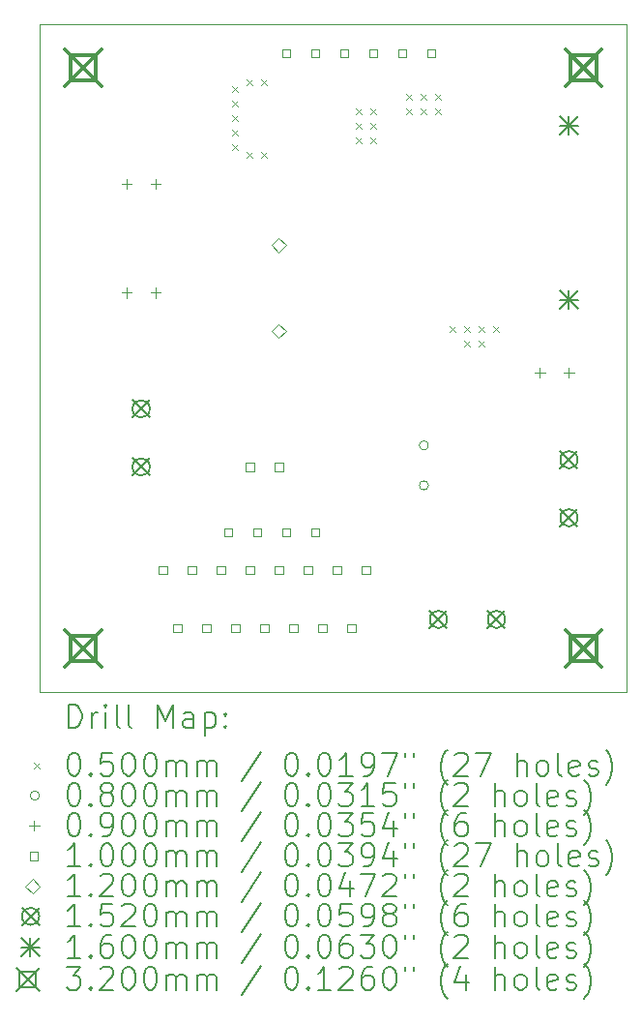
<source format=gbr>
%TF.GenerationSoftware,KiCad,Pcbnew,(6.0.8)*%
%TF.CreationDate,2022-10-23T00:14:45+03:00*%
%TF.ProjectId,PowerBoard,506f7765-7242-46f6-9172-642e6b696361,rev?*%
%TF.SameCoordinates,Original*%
%TF.FileFunction,Drillmap*%
%TF.FilePolarity,Positive*%
%FSLAX45Y45*%
G04 Gerber Fmt 4.5, Leading zero omitted, Abs format (unit mm)*
G04 Created by KiCad (PCBNEW (6.0.8)) date 2022-10-23 00:14:45*
%MOMM*%
%LPD*%
G01*
G04 APERTURE LIST*
%ADD10C,0.050000*%
%ADD11C,0.200000*%
%ADD12C,0.080000*%
%ADD13C,0.090000*%
%ADD14C,0.100000*%
%ADD15C,0.120000*%
%ADD16C,0.152000*%
%ADD17C,0.160000*%
%ADD18C,0.320000*%
G04 APERTURE END LIST*
D10*
X19875500Y-2667000D02*
X19875500Y-8509000D01*
X19875500Y-8509000D02*
X25019000Y-8509000D01*
X25019000Y-8509000D02*
X25019000Y-2667000D01*
X25019000Y-2667000D02*
X19875500Y-2667000D01*
D11*
D10*
X21565000Y-3213500D02*
X21615000Y-3263500D01*
X21615000Y-3213500D02*
X21565000Y-3263500D01*
X21565000Y-3340500D02*
X21615000Y-3390500D01*
X21615000Y-3340500D02*
X21565000Y-3390500D01*
X21565000Y-3467500D02*
X21615000Y-3517500D01*
X21615000Y-3467500D02*
X21565000Y-3517500D01*
X21565000Y-3594500D02*
X21615000Y-3644500D01*
X21615000Y-3594500D02*
X21565000Y-3644500D01*
X21565000Y-3721500D02*
X21615000Y-3771500D01*
X21615000Y-3721500D02*
X21565000Y-3771500D01*
X21692000Y-3150000D02*
X21742000Y-3200000D01*
X21742000Y-3150000D02*
X21692000Y-3200000D01*
X21692000Y-3785000D02*
X21742000Y-3835000D01*
X21742000Y-3785000D02*
X21692000Y-3835000D01*
X21819000Y-3150000D02*
X21869000Y-3200000D01*
X21869000Y-3150000D02*
X21819000Y-3200000D01*
X21819000Y-3785000D02*
X21869000Y-3835000D01*
X21869000Y-3785000D02*
X21819000Y-3835000D01*
X22644500Y-3404000D02*
X22694500Y-3454000D01*
X22694500Y-3404000D02*
X22644500Y-3454000D01*
X22644500Y-3531000D02*
X22694500Y-3581000D01*
X22694500Y-3531000D02*
X22644500Y-3581000D01*
X22644500Y-3658000D02*
X22694500Y-3708000D01*
X22694500Y-3658000D02*
X22644500Y-3708000D01*
X22771500Y-3404000D02*
X22821500Y-3454000D01*
X22821500Y-3404000D02*
X22771500Y-3454000D01*
X22771500Y-3531000D02*
X22821500Y-3581000D01*
X22821500Y-3531000D02*
X22771500Y-3581000D01*
X22771500Y-3658000D02*
X22821500Y-3708000D01*
X22821500Y-3658000D02*
X22771500Y-3708000D01*
X23089000Y-3277000D02*
X23139000Y-3327000D01*
X23139000Y-3277000D02*
X23089000Y-3327000D01*
X23089000Y-3404000D02*
X23139000Y-3454000D01*
X23139000Y-3404000D02*
X23089000Y-3454000D01*
X23216000Y-3277000D02*
X23266000Y-3327000D01*
X23266000Y-3277000D02*
X23216000Y-3327000D01*
X23216000Y-3404000D02*
X23266000Y-3454000D01*
X23266000Y-3404000D02*
X23216000Y-3454000D01*
X23343000Y-3277000D02*
X23393000Y-3327000D01*
X23393000Y-3277000D02*
X23343000Y-3327000D01*
X23343000Y-3404000D02*
X23393000Y-3454000D01*
X23393000Y-3404000D02*
X23343000Y-3454000D01*
X23470000Y-5309000D02*
X23520000Y-5359000D01*
X23520000Y-5309000D02*
X23470000Y-5359000D01*
X23597000Y-5309000D02*
X23647000Y-5359000D01*
X23647000Y-5309000D02*
X23597000Y-5359000D01*
X23597000Y-5436000D02*
X23647000Y-5486000D01*
X23647000Y-5436000D02*
X23597000Y-5486000D01*
X23724000Y-5309000D02*
X23774000Y-5359000D01*
X23774000Y-5309000D02*
X23724000Y-5359000D01*
X23724000Y-5436000D02*
X23774000Y-5486000D01*
X23774000Y-5436000D02*
X23724000Y-5486000D01*
X23851000Y-5309000D02*
X23901000Y-5359000D01*
X23901000Y-5309000D02*
X23851000Y-5359000D01*
D12*
X23281000Y-6351275D02*
G75*
G03*
X23281000Y-6351275I-40000J0D01*
G01*
X23281000Y-6701275D02*
G75*
G03*
X23281000Y-6701275I-40000J0D01*
G01*
D13*
X20637000Y-4971500D02*
X20637000Y-5061500D01*
X20592000Y-5016500D02*
X20682000Y-5016500D01*
X20637500Y-4019000D02*
X20637500Y-4109000D01*
X20592500Y-4064000D02*
X20682500Y-4064000D01*
X20891000Y-4971500D02*
X20891000Y-5061500D01*
X20846000Y-5016500D02*
X20936000Y-5016500D01*
X20891500Y-4019000D02*
X20891500Y-4109000D01*
X20846500Y-4064000D02*
X20936500Y-4064000D01*
X24257000Y-5670000D02*
X24257000Y-5760000D01*
X24212000Y-5715000D02*
X24302000Y-5715000D01*
X24511000Y-5670000D02*
X24511000Y-5760000D01*
X24466000Y-5715000D02*
X24556000Y-5715000D01*
D14*
X20990856Y-7475856D02*
X20990856Y-7405144D01*
X20920144Y-7405144D01*
X20920144Y-7475856D01*
X20990856Y-7475856D01*
X21117856Y-7983856D02*
X21117856Y-7913144D01*
X21047144Y-7913144D01*
X21047144Y-7983856D01*
X21117856Y-7983856D01*
X21244856Y-7475856D02*
X21244856Y-7405144D01*
X21174144Y-7405144D01*
X21174144Y-7475856D01*
X21244856Y-7475856D01*
X21371856Y-7983856D02*
X21371856Y-7913144D01*
X21301144Y-7913144D01*
X21301144Y-7983856D01*
X21371856Y-7983856D01*
X21498856Y-7475856D02*
X21498856Y-7405144D01*
X21428144Y-7405144D01*
X21428144Y-7475856D01*
X21498856Y-7475856D01*
X21561856Y-7147356D02*
X21561856Y-7076644D01*
X21491144Y-7076644D01*
X21491144Y-7147356D01*
X21561856Y-7147356D01*
X21625856Y-7983856D02*
X21625856Y-7913144D01*
X21555144Y-7913144D01*
X21555144Y-7983856D01*
X21625856Y-7983856D01*
X21752356Y-6575856D02*
X21752356Y-6505144D01*
X21681644Y-6505144D01*
X21681644Y-6575856D01*
X21752356Y-6575856D01*
X21752856Y-7475856D02*
X21752856Y-7405144D01*
X21682144Y-7405144D01*
X21682144Y-7475856D01*
X21752856Y-7475856D01*
X21815856Y-7147356D02*
X21815856Y-7076644D01*
X21745144Y-7076644D01*
X21745144Y-7147356D01*
X21815856Y-7147356D01*
X21879856Y-7983856D02*
X21879856Y-7913144D01*
X21809144Y-7913144D01*
X21809144Y-7983856D01*
X21879856Y-7983856D01*
X22006356Y-6575856D02*
X22006356Y-6505144D01*
X21935644Y-6505144D01*
X21935644Y-6575856D01*
X22006356Y-6575856D01*
X22006856Y-7475856D02*
X22006856Y-7405144D01*
X21936144Y-7405144D01*
X21936144Y-7475856D01*
X22006856Y-7475856D01*
X22069856Y-2956356D02*
X22069856Y-2885644D01*
X21999144Y-2885644D01*
X21999144Y-2956356D01*
X22069856Y-2956356D01*
X22069856Y-7147356D02*
X22069856Y-7076644D01*
X21999144Y-7076644D01*
X21999144Y-7147356D01*
X22069856Y-7147356D01*
X22133856Y-7983856D02*
X22133856Y-7913144D01*
X22063144Y-7913144D01*
X22063144Y-7983856D01*
X22133856Y-7983856D01*
X22260856Y-7475856D02*
X22260856Y-7405144D01*
X22190144Y-7405144D01*
X22190144Y-7475856D01*
X22260856Y-7475856D01*
X22323856Y-2956356D02*
X22323856Y-2885644D01*
X22253144Y-2885644D01*
X22253144Y-2956356D01*
X22323856Y-2956356D01*
X22323856Y-7147356D02*
X22323856Y-7076644D01*
X22253144Y-7076644D01*
X22253144Y-7147356D01*
X22323856Y-7147356D01*
X22387856Y-7983856D02*
X22387856Y-7913144D01*
X22317144Y-7913144D01*
X22317144Y-7983856D01*
X22387856Y-7983856D01*
X22514856Y-7475856D02*
X22514856Y-7405144D01*
X22444144Y-7405144D01*
X22444144Y-7475856D01*
X22514856Y-7475856D01*
X22577856Y-2956356D02*
X22577856Y-2885644D01*
X22507144Y-2885644D01*
X22507144Y-2956356D01*
X22577856Y-2956356D01*
X22641856Y-7983856D02*
X22641856Y-7913144D01*
X22571144Y-7913144D01*
X22571144Y-7983856D01*
X22641856Y-7983856D01*
X22768856Y-7475856D02*
X22768856Y-7405144D01*
X22698144Y-7405144D01*
X22698144Y-7475856D01*
X22768856Y-7475856D01*
X22831856Y-2956356D02*
X22831856Y-2885644D01*
X22761144Y-2885644D01*
X22761144Y-2956356D01*
X22831856Y-2956356D01*
X23085856Y-2956356D02*
X23085856Y-2885644D01*
X23015144Y-2885644D01*
X23015144Y-2956356D01*
X23085856Y-2956356D01*
X23339856Y-2956356D02*
X23339856Y-2885644D01*
X23269144Y-2885644D01*
X23269144Y-2956356D01*
X23339856Y-2956356D01*
D15*
X21971000Y-4661725D02*
X22031000Y-4601725D01*
X21971000Y-4541725D01*
X21911000Y-4601725D01*
X21971000Y-4661725D01*
X21971000Y-5411725D02*
X22031000Y-5351725D01*
X21971000Y-5291725D01*
X21911000Y-5351725D01*
X21971000Y-5411725D01*
D16*
X20688500Y-5956500D02*
X20840500Y-6108500D01*
X20840500Y-5956500D02*
X20688500Y-6108500D01*
X20840500Y-6032500D02*
G75*
G03*
X20840500Y-6032500I-76000J0D01*
G01*
X20688500Y-6464500D02*
X20840500Y-6616500D01*
X20840500Y-6464500D02*
X20688500Y-6616500D01*
X20840500Y-6540500D02*
G75*
G03*
X20840500Y-6540500I-76000J0D01*
G01*
X23292000Y-7798000D02*
X23444000Y-7950000D01*
X23444000Y-7798000D02*
X23292000Y-7950000D01*
X23444000Y-7874000D02*
G75*
G03*
X23444000Y-7874000I-76000J0D01*
G01*
X23800000Y-7798000D02*
X23952000Y-7950000D01*
X23952000Y-7798000D02*
X23800000Y-7950000D01*
X23952000Y-7874000D02*
G75*
G03*
X23952000Y-7874000I-76000J0D01*
G01*
X24435000Y-6401000D02*
X24587000Y-6553000D01*
X24587000Y-6401000D02*
X24435000Y-6553000D01*
X24587000Y-6477000D02*
G75*
G03*
X24587000Y-6477000I-76000J0D01*
G01*
X24435000Y-6909000D02*
X24587000Y-7061000D01*
X24587000Y-6909000D02*
X24435000Y-7061000D01*
X24587000Y-6985000D02*
G75*
G03*
X24587000Y-6985000I-76000J0D01*
G01*
D17*
X24431000Y-3476000D02*
X24591000Y-3636000D01*
X24591000Y-3476000D02*
X24431000Y-3636000D01*
X24511000Y-3476000D02*
X24511000Y-3636000D01*
X24431000Y-3556000D02*
X24591000Y-3556000D01*
X24431000Y-5000000D02*
X24591000Y-5160000D01*
X24591000Y-5000000D02*
X24431000Y-5160000D01*
X24511000Y-5000000D02*
X24511000Y-5160000D01*
X24431000Y-5080000D02*
X24591000Y-5080000D01*
D18*
X20096500Y-2888000D02*
X20416500Y-3208000D01*
X20416500Y-2888000D02*
X20096500Y-3208000D01*
X20369638Y-3161138D02*
X20369638Y-2934862D01*
X20143362Y-2934862D01*
X20143362Y-3161138D01*
X20369638Y-3161138D01*
X20096500Y-7968000D02*
X20416500Y-8288000D01*
X20416500Y-7968000D02*
X20096500Y-8288000D01*
X20369638Y-8241138D02*
X20369638Y-8014862D01*
X20143362Y-8014862D01*
X20143362Y-8241138D01*
X20369638Y-8241138D01*
X24478000Y-2888000D02*
X24798000Y-3208000D01*
X24798000Y-2888000D02*
X24478000Y-3208000D01*
X24751138Y-3161138D02*
X24751138Y-2934862D01*
X24524862Y-2934862D01*
X24524862Y-3161138D01*
X24751138Y-3161138D01*
X24478000Y-7968000D02*
X24798000Y-8288000D01*
X24798000Y-7968000D02*
X24478000Y-8288000D01*
X24751138Y-8241138D02*
X24751138Y-8014862D01*
X24524862Y-8014862D01*
X24524862Y-8241138D01*
X24751138Y-8241138D01*
D11*
X20130619Y-8821976D02*
X20130619Y-8621976D01*
X20178238Y-8621976D01*
X20206810Y-8631500D01*
X20225857Y-8650548D01*
X20235381Y-8669595D01*
X20244905Y-8707690D01*
X20244905Y-8736262D01*
X20235381Y-8774357D01*
X20225857Y-8793405D01*
X20206810Y-8812452D01*
X20178238Y-8821976D01*
X20130619Y-8821976D01*
X20330619Y-8821976D02*
X20330619Y-8688643D01*
X20330619Y-8726738D02*
X20340143Y-8707690D01*
X20349667Y-8698167D01*
X20368714Y-8688643D01*
X20387762Y-8688643D01*
X20454429Y-8821976D02*
X20454429Y-8688643D01*
X20454429Y-8621976D02*
X20444905Y-8631500D01*
X20454429Y-8641024D01*
X20463952Y-8631500D01*
X20454429Y-8621976D01*
X20454429Y-8641024D01*
X20578238Y-8821976D02*
X20559190Y-8812452D01*
X20549667Y-8793405D01*
X20549667Y-8621976D01*
X20683000Y-8821976D02*
X20663952Y-8812452D01*
X20654429Y-8793405D01*
X20654429Y-8621976D01*
X20911571Y-8821976D02*
X20911571Y-8621976D01*
X20978238Y-8764833D01*
X21044905Y-8621976D01*
X21044905Y-8821976D01*
X21225857Y-8821976D02*
X21225857Y-8717214D01*
X21216333Y-8698167D01*
X21197286Y-8688643D01*
X21159190Y-8688643D01*
X21140143Y-8698167D01*
X21225857Y-8812452D02*
X21206810Y-8821976D01*
X21159190Y-8821976D01*
X21140143Y-8812452D01*
X21130619Y-8793405D01*
X21130619Y-8774357D01*
X21140143Y-8755310D01*
X21159190Y-8745786D01*
X21206810Y-8745786D01*
X21225857Y-8736262D01*
X21321095Y-8688643D02*
X21321095Y-8888643D01*
X21321095Y-8698167D02*
X21340143Y-8688643D01*
X21378238Y-8688643D01*
X21397286Y-8698167D01*
X21406810Y-8707690D01*
X21416333Y-8726738D01*
X21416333Y-8783881D01*
X21406810Y-8802929D01*
X21397286Y-8812452D01*
X21378238Y-8821976D01*
X21340143Y-8821976D01*
X21321095Y-8812452D01*
X21502048Y-8802929D02*
X21511571Y-8812452D01*
X21502048Y-8821976D01*
X21492524Y-8812452D01*
X21502048Y-8802929D01*
X21502048Y-8821976D01*
X21502048Y-8698167D02*
X21511571Y-8707690D01*
X21502048Y-8717214D01*
X21492524Y-8707690D01*
X21502048Y-8698167D01*
X21502048Y-8717214D01*
D10*
X19823000Y-9126500D02*
X19873000Y-9176500D01*
X19873000Y-9126500D02*
X19823000Y-9176500D01*
D11*
X20168714Y-9041976D02*
X20187762Y-9041976D01*
X20206810Y-9051500D01*
X20216333Y-9061024D01*
X20225857Y-9080071D01*
X20235381Y-9118167D01*
X20235381Y-9165786D01*
X20225857Y-9203881D01*
X20216333Y-9222929D01*
X20206810Y-9232452D01*
X20187762Y-9241976D01*
X20168714Y-9241976D01*
X20149667Y-9232452D01*
X20140143Y-9222929D01*
X20130619Y-9203881D01*
X20121095Y-9165786D01*
X20121095Y-9118167D01*
X20130619Y-9080071D01*
X20140143Y-9061024D01*
X20149667Y-9051500D01*
X20168714Y-9041976D01*
X20321095Y-9222929D02*
X20330619Y-9232452D01*
X20321095Y-9241976D01*
X20311571Y-9232452D01*
X20321095Y-9222929D01*
X20321095Y-9241976D01*
X20511571Y-9041976D02*
X20416333Y-9041976D01*
X20406810Y-9137214D01*
X20416333Y-9127690D01*
X20435381Y-9118167D01*
X20483000Y-9118167D01*
X20502048Y-9127690D01*
X20511571Y-9137214D01*
X20521095Y-9156262D01*
X20521095Y-9203881D01*
X20511571Y-9222929D01*
X20502048Y-9232452D01*
X20483000Y-9241976D01*
X20435381Y-9241976D01*
X20416333Y-9232452D01*
X20406810Y-9222929D01*
X20644905Y-9041976D02*
X20663952Y-9041976D01*
X20683000Y-9051500D01*
X20692524Y-9061024D01*
X20702048Y-9080071D01*
X20711571Y-9118167D01*
X20711571Y-9165786D01*
X20702048Y-9203881D01*
X20692524Y-9222929D01*
X20683000Y-9232452D01*
X20663952Y-9241976D01*
X20644905Y-9241976D01*
X20625857Y-9232452D01*
X20616333Y-9222929D01*
X20606810Y-9203881D01*
X20597286Y-9165786D01*
X20597286Y-9118167D01*
X20606810Y-9080071D01*
X20616333Y-9061024D01*
X20625857Y-9051500D01*
X20644905Y-9041976D01*
X20835381Y-9041976D02*
X20854429Y-9041976D01*
X20873476Y-9051500D01*
X20883000Y-9061024D01*
X20892524Y-9080071D01*
X20902048Y-9118167D01*
X20902048Y-9165786D01*
X20892524Y-9203881D01*
X20883000Y-9222929D01*
X20873476Y-9232452D01*
X20854429Y-9241976D01*
X20835381Y-9241976D01*
X20816333Y-9232452D01*
X20806810Y-9222929D01*
X20797286Y-9203881D01*
X20787762Y-9165786D01*
X20787762Y-9118167D01*
X20797286Y-9080071D01*
X20806810Y-9061024D01*
X20816333Y-9051500D01*
X20835381Y-9041976D01*
X20987762Y-9241976D02*
X20987762Y-9108643D01*
X20987762Y-9127690D02*
X20997286Y-9118167D01*
X21016333Y-9108643D01*
X21044905Y-9108643D01*
X21063952Y-9118167D01*
X21073476Y-9137214D01*
X21073476Y-9241976D01*
X21073476Y-9137214D02*
X21083000Y-9118167D01*
X21102048Y-9108643D01*
X21130619Y-9108643D01*
X21149667Y-9118167D01*
X21159190Y-9137214D01*
X21159190Y-9241976D01*
X21254429Y-9241976D02*
X21254429Y-9108643D01*
X21254429Y-9127690D02*
X21263952Y-9118167D01*
X21283000Y-9108643D01*
X21311571Y-9108643D01*
X21330619Y-9118167D01*
X21340143Y-9137214D01*
X21340143Y-9241976D01*
X21340143Y-9137214D02*
X21349667Y-9118167D01*
X21368714Y-9108643D01*
X21397286Y-9108643D01*
X21416333Y-9118167D01*
X21425857Y-9137214D01*
X21425857Y-9241976D01*
X21816333Y-9032452D02*
X21644905Y-9289595D01*
X22073476Y-9041976D02*
X22092524Y-9041976D01*
X22111571Y-9051500D01*
X22121095Y-9061024D01*
X22130619Y-9080071D01*
X22140143Y-9118167D01*
X22140143Y-9165786D01*
X22130619Y-9203881D01*
X22121095Y-9222929D01*
X22111571Y-9232452D01*
X22092524Y-9241976D01*
X22073476Y-9241976D01*
X22054429Y-9232452D01*
X22044905Y-9222929D01*
X22035381Y-9203881D01*
X22025857Y-9165786D01*
X22025857Y-9118167D01*
X22035381Y-9080071D01*
X22044905Y-9061024D01*
X22054429Y-9051500D01*
X22073476Y-9041976D01*
X22225857Y-9222929D02*
X22235381Y-9232452D01*
X22225857Y-9241976D01*
X22216333Y-9232452D01*
X22225857Y-9222929D01*
X22225857Y-9241976D01*
X22359190Y-9041976D02*
X22378238Y-9041976D01*
X22397286Y-9051500D01*
X22406809Y-9061024D01*
X22416333Y-9080071D01*
X22425857Y-9118167D01*
X22425857Y-9165786D01*
X22416333Y-9203881D01*
X22406809Y-9222929D01*
X22397286Y-9232452D01*
X22378238Y-9241976D01*
X22359190Y-9241976D01*
X22340143Y-9232452D01*
X22330619Y-9222929D01*
X22321095Y-9203881D01*
X22311571Y-9165786D01*
X22311571Y-9118167D01*
X22321095Y-9080071D01*
X22330619Y-9061024D01*
X22340143Y-9051500D01*
X22359190Y-9041976D01*
X22616333Y-9241976D02*
X22502048Y-9241976D01*
X22559190Y-9241976D02*
X22559190Y-9041976D01*
X22540143Y-9070548D01*
X22521095Y-9089595D01*
X22502048Y-9099119D01*
X22711571Y-9241976D02*
X22749667Y-9241976D01*
X22768714Y-9232452D01*
X22778238Y-9222929D01*
X22797286Y-9194357D01*
X22806809Y-9156262D01*
X22806809Y-9080071D01*
X22797286Y-9061024D01*
X22787762Y-9051500D01*
X22768714Y-9041976D01*
X22730619Y-9041976D01*
X22711571Y-9051500D01*
X22702048Y-9061024D01*
X22692524Y-9080071D01*
X22692524Y-9127690D01*
X22702048Y-9146738D01*
X22711571Y-9156262D01*
X22730619Y-9165786D01*
X22768714Y-9165786D01*
X22787762Y-9156262D01*
X22797286Y-9146738D01*
X22806809Y-9127690D01*
X22873476Y-9041976D02*
X23006809Y-9041976D01*
X22921095Y-9241976D01*
X23073476Y-9041976D02*
X23073476Y-9080071D01*
X23149667Y-9041976D02*
X23149667Y-9080071D01*
X23444905Y-9318167D02*
X23435381Y-9308643D01*
X23416333Y-9280071D01*
X23406809Y-9261024D01*
X23397286Y-9232452D01*
X23387762Y-9184833D01*
X23387762Y-9146738D01*
X23397286Y-9099119D01*
X23406809Y-9070548D01*
X23416333Y-9051500D01*
X23435381Y-9022929D01*
X23444905Y-9013405D01*
X23511571Y-9061024D02*
X23521095Y-9051500D01*
X23540143Y-9041976D01*
X23587762Y-9041976D01*
X23606809Y-9051500D01*
X23616333Y-9061024D01*
X23625857Y-9080071D01*
X23625857Y-9099119D01*
X23616333Y-9127690D01*
X23502048Y-9241976D01*
X23625857Y-9241976D01*
X23692524Y-9041976D02*
X23825857Y-9041976D01*
X23740143Y-9241976D01*
X24054428Y-9241976D02*
X24054428Y-9041976D01*
X24140143Y-9241976D02*
X24140143Y-9137214D01*
X24130619Y-9118167D01*
X24111571Y-9108643D01*
X24083000Y-9108643D01*
X24063952Y-9118167D01*
X24054428Y-9127690D01*
X24263952Y-9241976D02*
X24244905Y-9232452D01*
X24235381Y-9222929D01*
X24225857Y-9203881D01*
X24225857Y-9146738D01*
X24235381Y-9127690D01*
X24244905Y-9118167D01*
X24263952Y-9108643D01*
X24292524Y-9108643D01*
X24311571Y-9118167D01*
X24321095Y-9127690D01*
X24330619Y-9146738D01*
X24330619Y-9203881D01*
X24321095Y-9222929D01*
X24311571Y-9232452D01*
X24292524Y-9241976D01*
X24263952Y-9241976D01*
X24444905Y-9241976D02*
X24425857Y-9232452D01*
X24416333Y-9213405D01*
X24416333Y-9041976D01*
X24597286Y-9232452D02*
X24578238Y-9241976D01*
X24540143Y-9241976D01*
X24521095Y-9232452D01*
X24511571Y-9213405D01*
X24511571Y-9137214D01*
X24521095Y-9118167D01*
X24540143Y-9108643D01*
X24578238Y-9108643D01*
X24597286Y-9118167D01*
X24606809Y-9137214D01*
X24606809Y-9156262D01*
X24511571Y-9175310D01*
X24683000Y-9232452D02*
X24702048Y-9241976D01*
X24740143Y-9241976D01*
X24759190Y-9232452D01*
X24768714Y-9213405D01*
X24768714Y-9203881D01*
X24759190Y-9184833D01*
X24740143Y-9175310D01*
X24711571Y-9175310D01*
X24692524Y-9165786D01*
X24683000Y-9146738D01*
X24683000Y-9137214D01*
X24692524Y-9118167D01*
X24711571Y-9108643D01*
X24740143Y-9108643D01*
X24759190Y-9118167D01*
X24835381Y-9318167D02*
X24844905Y-9308643D01*
X24863952Y-9280071D01*
X24873476Y-9261024D01*
X24883000Y-9232452D01*
X24892524Y-9184833D01*
X24892524Y-9146738D01*
X24883000Y-9099119D01*
X24873476Y-9070548D01*
X24863952Y-9051500D01*
X24844905Y-9022929D01*
X24835381Y-9013405D01*
D12*
X19873000Y-9415500D02*
G75*
G03*
X19873000Y-9415500I-40000J0D01*
G01*
D11*
X20168714Y-9305976D02*
X20187762Y-9305976D01*
X20206810Y-9315500D01*
X20216333Y-9325024D01*
X20225857Y-9344071D01*
X20235381Y-9382167D01*
X20235381Y-9429786D01*
X20225857Y-9467881D01*
X20216333Y-9486929D01*
X20206810Y-9496452D01*
X20187762Y-9505976D01*
X20168714Y-9505976D01*
X20149667Y-9496452D01*
X20140143Y-9486929D01*
X20130619Y-9467881D01*
X20121095Y-9429786D01*
X20121095Y-9382167D01*
X20130619Y-9344071D01*
X20140143Y-9325024D01*
X20149667Y-9315500D01*
X20168714Y-9305976D01*
X20321095Y-9486929D02*
X20330619Y-9496452D01*
X20321095Y-9505976D01*
X20311571Y-9496452D01*
X20321095Y-9486929D01*
X20321095Y-9505976D01*
X20444905Y-9391690D02*
X20425857Y-9382167D01*
X20416333Y-9372643D01*
X20406810Y-9353595D01*
X20406810Y-9344071D01*
X20416333Y-9325024D01*
X20425857Y-9315500D01*
X20444905Y-9305976D01*
X20483000Y-9305976D01*
X20502048Y-9315500D01*
X20511571Y-9325024D01*
X20521095Y-9344071D01*
X20521095Y-9353595D01*
X20511571Y-9372643D01*
X20502048Y-9382167D01*
X20483000Y-9391690D01*
X20444905Y-9391690D01*
X20425857Y-9401214D01*
X20416333Y-9410738D01*
X20406810Y-9429786D01*
X20406810Y-9467881D01*
X20416333Y-9486929D01*
X20425857Y-9496452D01*
X20444905Y-9505976D01*
X20483000Y-9505976D01*
X20502048Y-9496452D01*
X20511571Y-9486929D01*
X20521095Y-9467881D01*
X20521095Y-9429786D01*
X20511571Y-9410738D01*
X20502048Y-9401214D01*
X20483000Y-9391690D01*
X20644905Y-9305976D02*
X20663952Y-9305976D01*
X20683000Y-9315500D01*
X20692524Y-9325024D01*
X20702048Y-9344071D01*
X20711571Y-9382167D01*
X20711571Y-9429786D01*
X20702048Y-9467881D01*
X20692524Y-9486929D01*
X20683000Y-9496452D01*
X20663952Y-9505976D01*
X20644905Y-9505976D01*
X20625857Y-9496452D01*
X20616333Y-9486929D01*
X20606810Y-9467881D01*
X20597286Y-9429786D01*
X20597286Y-9382167D01*
X20606810Y-9344071D01*
X20616333Y-9325024D01*
X20625857Y-9315500D01*
X20644905Y-9305976D01*
X20835381Y-9305976D02*
X20854429Y-9305976D01*
X20873476Y-9315500D01*
X20883000Y-9325024D01*
X20892524Y-9344071D01*
X20902048Y-9382167D01*
X20902048Y-9429786D01*
X20892524Y-9467881D01*
X20883000Y-9486929D01*
X20873476Y-9496452D01*
X20854429Y-9505976D01*
X20835381Y-9505976D01*
X20816333Y-9496452D01*
X20806810Y-9486929D01*
X20797286Y-9467881D01*
X20787762Y-9429786D01*
X20787762Y-9382167D01*
X20797286Y-9344071D01*
X20806810Y-9325024D01*
X20816333Y-9315500D01*
X20835381Y-9305976D01*
X20987762Y-9505976D02*
X20987762Y-9372643D01*
X20987762Y-9391690D02*
X20997286Y-9382167D01*
X21016333Y-9372643D01*
X21044905Y-9372643D01*
X21063952Y-9382167D01*
X21073476Y-9401214D01*
X21073476Y-9505976D01*
X21073476Y-9401214D02*
X21083000Y-9382167D01*
X21102048Y-9372643D01*
X21130619Y-9372643D01*
X21149667Y-9382167D01*
X21159190Y-9401214D01*
X21159190Y-9505976D01*
X21254429Y-9505976D02*
X21254429Y-9372643D01*
X21254429Y-9391690D02*
X21263952Y-9382167D01*
X21283000Y-9372643D01*
X21311571Y-9372643D01*
X21330619Y-9382167D01*
X21340143Y-9401214D01*
X21340143Y-9505976D01*
X21340143Y-9401214D02*
X21349667Y-9382167D01*
X21368714Y-9372643D01*
X21397286Y-9372643D01*
X21416333Y-9382167D01*
X21425857Y-9401214D01*
X21425857Y-9505976D01*
X21816333Y-9296452D02*
X21644905Y-9553595D01*
X22073476Y-9305976D02*
X22092524Y-9305976D01*
X22111571Y-9315500D01*
X22121095Y-9325024D01*
X22130619Y-9344071D01*
X22140143Y-9382167D01*
X22140143Y-9429786D01*
X22130619Y-9467881D01*
X22121095Y-9486929D01*
X22111571Y-9496452D01*
X22092524Y-9505976D01*
X22073476Y-9505976D01*
X22054429Y-9496452D01*
X22044905Y-9486929D01*
X22035381Y-9467881D01*
X22025857Y-9429786D01*
X22025857Y-9382167D01*
X22035381Y-9344071D01*
X22044905Y-9325024D01*
X22054429Y-9315500D01*
X22073476Y-9305976D01*
X22225857Y-9486929D02*
X22235381Y-9496452D01*
X22225857Y-9505976D01*
X22216333Y-9496452D01*
X22225857Y-9486929D01*
X22225857Y-9505976D01*
X22359190Y-9305976D02*
X22378238Y-9305976D01*
X22397286Y-9315500D01*
X22406809Y-9325024D01*
X22416333Y-9344071D01*
X22425857Y-9382167D01*
X22425857Y-9429786D01*
X22416333Y-9467881D01*
X22406809Y-9486929D01*
X22397286Y-9496452D01*
X22378238Y-9505976D01*
X22359190Y-9505976D01*
X22340143Y-9496452D01*
X22330619Y-9486929D01*
X22321095Y-9467881D01*
X22311571Y-9429786D01*
X22311571Y-9382167D01*
X22321095Y-9344071D01*
X22330619Y-9325024D01*
X22340143Y-9315500D01*
X22359190Y-9305976D01*
X22492524Y-9305976D02*
X22616333Y-9305976D01*
X22549667Y-9382167D01*
X22578238Y-9382167D01*
X22597286Y-9391690D01*
X22606809Y-9401214D01*
X22616333Y-9420262D01*
X22616333Y-9467881D01*
X22606809Y-9486929D01*
X22597286Y-9496452D01*
X22578238Y-9505976D01*
X22521095Y-9505976D01*
X22502048Y-9496452D01*
X22492524Y-9486929D01*
X22806809Y-9505976D02*
X22692524Y-9505976D01*
X22749667Y-9505976D02*
X22749667Y-9305976D01*
X22730619Y-9334548D01*
X22711571Y-9353595D01*
X22692524Y-9363119D01*
X22987762Y-9305976D02*
X22892524Y-9305976D01*
X22883000Y-9401214D01*
X22892524Y-9391690D01*
X22911571Y-9382167D01*
X22959190Y-9382167D01*
X22978238Y-9391690D01*
X22987762Y-9401214D01*
X22997286Y-9420262D01*
X22997286Y-9467881D01*
X22987762Y-9486929D01*
X22978238Y-9496452D01*
X22959190Y-9505976D01*
X22911571Y-9505976D01*
X22892524Y-9496452D01*
X22883000Y-9486929D01*
X23073476Y-9305976D02*
X23073476Y-9344071D01*
X23149667Y-9305976D02*
X23149667Y-9344071D01*
X23444905Y-9582167D02*
X23435381Y-9572643D01*
X23416333Y-9544071D01*
X23406809Y-9525024D01*
X23397286Y-9496452D01*
X23387762Y-9448833D01*
X23387762Y-9410738D01*
X23397286Y-9363119D01*
X23406809Y-9334548D01*
X23416333Y-9315500D01*
X23435381Y-9286929D01*
X23444905Y-9277405D01*
X23511571Y-9325024D02*
X23521095Y-9315500D01*
X23540143Y-9305976D01*
X23587762Y-9305976D01*
X23606809Y-9315500D01*
X23616333Y-9325024D01*
X23625857Y-9344071D01*
X23625857Y-9363119D01*
X23616333Y-9391690D01*
X23502048Y-9505976D01*
X23625857Y-9505976D01*
X23863952Y-9505976D02*
X23863952Y-9305976D01*
X23949667Y-9505976D02*
X23949667Y-9401214D01*
X23940143Y-9382167D01*
X23921095Y-9372643D01*
X23892524Y-9372643D01*
X23873476Y-9382167D01*
X23863952Y-9391690D01*
X24073476Y-9505976D02*
X24054428Y-9496452D01*
X24044905Y-9486929D01*
X24035381Y-9467881D01*
X24035381Y-9410738D01*
X24044905Y-9391690D01*
X24054428Y-9382167D01*
X24073476Y-9372643D01*
X24102048Y-9372643D01*
X24121095Y-9382167D01*
X24130619Y-9391690D01*
X24140143Y-9410738D01*
X24140143Y-9467881D01*
X24130619Y-9486929D01*
X24121095Y-9496452D01*
X24102048Y-9505976D01*
X24073476Y-9505976D01*
X24254428Y-9505976D02*
X24235381Y-9496452D01*
X24225857Y-9477405D01*
X24225857Y-9305976D01*
X24406809Y-9496452D02*
X24387762Y-9505976D01*
X24349667Y-9505976D01*
X24330619Y-9496452D01*
X24321095Y-9477405D01*
X24321095Y-9401214D01*
X24330619Y-9382167D01*
X24349667Y-9372643D01*
X24387762Y-9372643D01*
X24406809Y-9382167D01*
X24416333Y-9401214D01*
X24416333Y-9420262D01*
X24321095Y-9439310D01*
X24492524Y-9496452D02*
X24511571Y-9505976D01*
X24549667Y-9505976D01*
X24568714Y-9496452D01*
X24578238Y-9477405D01*
X24578238Y-9467881D01*
X24568714Y-9448833D01*
X24549667Y-9439310D01*
X24521095Y-9439310D01*
X24502048Y-9429786D01*
X24492524Y-9410738D01*
X24492524Y-9401214D01*
X24502048Y-9382167D01*
X24521095Y-9372643D01*
X24549667Y-9372643D01*
X24568714Y-9382167D01*
X24644905Y-9582167D02*
X24654428Y-9572643D01*
X24673476Y-9544071D01*
X24683000Y-9525024D01*
X24692524Y-9496452D01*
X24702048Y-9448833D01*
X24702048Y-9410738D01*
X24692524Y-9363119D01*
X24683000Y-9334548D01*
X24673476Y-9315500D01*
X24654428Y-9286929D01*
X24644905Y-9277405D01*
D13*
X19828000Y-9634500D02*
X19828000Y-9724500D01*
X19783000Y-9679500D02*
X19873000Y-9679500D01*
D11*
X20168714Y-9569976D02*
X20187762Y-9569976D01*
X20206810Y-9579500D01*
X20216333Y-9589024D01*
X20225857Y-9608071D01*
X20235381Y-9646167D01*
X20235381Y-9693786D01*
X20225857Y-9731881D01*
X20216333Y-9750929D01*
X20206810Y-9760452D01*
X20187762Y-9769976D01*
X20168714Y-9769976D01*
X20149667Y-9760452D01*
X20140143Y-9750929D01*
X20130619Y-9731881D01*
X20121095Y-9693786D01*
X20121095Y-9646167D01*
X20130619Y-9608071D01*
X20140143Y-9589024D01*
X20149667Y-9579500D01*
X20168714Y-9569976D01*
X20321095Y-9750929D02*
X20330619Y-9760452D01*
X20321095Y-9769976D01*
X20311571Y-9760452D01*
X20321095Y-9750929D01*
X20321095Y-9769976D01*
X20425857Y-9769976D02*
X20463952Y-9769976D01*
X20483000Y-9760452D01*
X20492524Y-9750929D01*
X20511571Y-9722357D01*
X20521095Y-9684262D01*
X20521095Y-9608071D01*
X20511571Y-9589024D01*
X20502048Y-9579500D01*
X20483000Y-9569976D01*
X20444905Y-9569976D01*
X20425857Y-9579500D01*
X20416333Y-9589024D01*
X20406810Y-9608071D01*
X20406810Y-9655690D01*
X20416333Y-9674738D01*
X20425857Y-9684262D01*
X20444905Y-9693786D01*
X20483000Y-9693786D01*
X20502048Y-9684262D01*
X20511571Y-9674738D01*
X20521095Y-9655690D01*
X20644905Y-9569976D02*
X20663952Y-9569976D01*
X20683000Y-9579500D01*
X20692524Y-9589024D01*
X20702048Y-9608071D01*
X20711571Y-9646167D01*
X20711571Y-9693786D01*
X20702048Y-9731881D01*
X20692524Y-9750929D01*
X20683000Y-9760452D01*
X20663952Y-9769976D01*
X20644905Y-9769976D01*
X20625857Y-9760452D01*
X20616333Y-9750929D01*
X20606810Y-9731881D01*
X20597286Y-9693786D01*
X20597286Y-9646167D01*
X20606810Y-9608071D01*
X20616333Y-9589024D01*
X20625857Y-9579500D01*
X20644905Y-9569976D01*
X20835381Y-9569976D02*
X20854429Y-9569976D01*
X20873476Y-9579500D01*
X20883000Y-9589024D01*
X20892524Y-9608071D01*
X20902048Y-9646167D01*
X20902048Y-9693786D01*
X20892524Y-9731881D01*
X20883000Y-9750929D01*
X20873476Y-9760452D01*
X20854429Y-9769976D01*
X20835381Y-9769976D01*
X20816333Y-9760452D01*
X20806810Y-9750929D01*
X20797286Y-9731881D01*
X20787762Y-9693786D01*
X20787762Y-9646167D01*
X20797286Y-9608071D01*
X20806810Y-9589024D01*
X20816333Y-9579500D01*
X20835381Y-9569976D01*
X20987762Y-9769976D02*
X20987762Y-9636643D01*
X20987762Y-9655690D02*
X20997286Y-9646167D01*
X21016333Y-9636643D01*
X21044905Y-9636643D01*
X21063952Y-9646167D01*
X21073476Y-9665214D01*
X21073476Y-9769976D01*
X21073476Y-9665214D02*
X21083000Y-9646167D01*
X21102048Y-9636643D01*
X21130619Y-9636643D01*
X21149667Y-9646167D01*
X21159190Y-9665214D01*
X21159190Y-9769976D01*
X21254429Y-9769976D02*
X21254429Y-9636643D01*
X21254429Y-9655690D02*
X21263952Y-9646167D01*
X21283000Y-9636643D01*
X21311571Y-9636643D01*
X21330619Y-9646167D01*
X21340143Y-9665214D01*
X21340143Y-9769976D01*
X21340143Y-9665214D02*
X21349667Y-9646167D01*
X21368714Y-9636643D01*
X21397286Y-9636643D01*
X21416333Y-9646167D01*
X21425857Y-9665214D01*
X21425857Y-9769976D01*
X21816333Y-9560452D02*
X21644905Y-9817595D01*
X22073476Y-9569976D02*
X22092524Y-9569976D01*
X22111571Y-9579500D01*
X22121095Y-9589024D01*
X22130619Y-9608071D01*
X22140143Y-9646167D01*
X22140143Y-9693786D01*
X22130619Y-9731881D01*
X22121095Y-9750929D01*
X22111571Y-9760452D01*
X22092524Y-9769976D01*
X22073476Y-9769976D01*
X22054429Y-9760452D01*
X22044905Y-9750929D01*
X22035381Y-9731881D01*
X22025857Y-9693786D01*
X22025857Y-9646167D01*
X22035381Y-9608071D01*
X22044905Y-9589024D01*
X22054429Y-9579500D01*
X22073476Y-9569976D01*
X22225857Y-9750929D02*
X22235381Y-9760452D01*
X22225857Y-9769976D01*
X22216333Y-9760452D01*
X22225857Y-9750929D01*
X22225857Y-9769976D01*
X22359190Y-9569976D02*
X22378238Y-9569976D01*
X22397286Y-9579500D01*
X22406809Y-9589024D01*
X22416333Y-9608071D01*
X22425857Y-9646167D01*
X22425857Y-9693786D01*
X22416333Y-9731881D01*
X22406809Y-9750929D01*
X22397286Y-9760452D01*
X22378238Y-9769976D01*
X22359190Y-9769976D01*
X22340143Y-9760452D01*
X22330619Y-9750929D01*
X22321095Y-9731881D01*
X22311571Y-9693786D01*
X22311571Y-9646167D01*
X22321095Y-9608071D01*
X22330619Y-9589024D01*
X22340143Y-9579500D01*
X22359190Y-9569976D01*
X22492524Y-9569976D02*
X22616333Y-9569976D01*
X22549667Y-9646167D01*
X22578238Y-9646167D01*
X22597286Y-9655690D01*
X22606809Y-9665214D01*
X22616333Y-9684262D01*
X22616333Y-9731881D01*
X22606809Y-9750929D01*
X22597286Y-9760452D01*
X22578238Y-9769976D01*
X22521095Y-9769976D01*
X22502048Y-9760452D01*
X22492524Y-9750929D01*
X22797286Y-9569976D02*
X22702048Y-9569976D01*
X22692524Y-9665214D01*
X22702048Y-9655690D01*
X22721095Y-9646167D01*
X22768714Y-9646167D01*
X22787762Y-9655690D01*
X22797286Y-9665214D01*
X22806809Y-9684262D01*
X22806809Y-9731881D01*
X22797286Y-9750929D01*
X22787762Y-9760452D01*
X22768714Y-9769976D01*
X22721095Y-9769976D01*
X22702048Y-9760452D01*
X22692524Y-9750929D01*
X22978238Y-9636643D02*
X22978238Y-9769976D01*
X22930619Y-9560452D02*
X22883000Y-9703310D01*
X23006809Y-9703310D01*
X23073476Y-9569976D02*
X23073476Y-9608071D01*
X23149667Y-9569976D02*
X23149667Y-9608071D01*
X23444905Y-9846167D02*
X23435381Y-9836643D01*
X23416333Y-9808071D01*
X23406809Y-9789024D01*
X23397286Y-9760452D01*
X23387762Y-9712833D01*
X23387762Y-9674738D01*
X23397286Y-9627119D01*
X23406809Y-9598548D01*
X23416333Y-9579500D01*
X23435381Y-9550929D01*
X23444905Y-9541405D01*
X23606809Y-9569976D02*
X23568714Y-9569976D01*
X23549667Y-9579500D01*
X23540143Y-9589024D01*
X23521095Y-9617595D01*
X23511571Y-9655690D01*
X23511571Y-9731881D01*
X23521095Y-9750929D01*
X23530619Y-9760452D01*
X23549667Y-9769976D01*
X23587762Y-9769976D01*
X23606809Y-9760452D01*
X23616333Y-9750929D01*
X23625857Y-9731881D01*
X23625857Y-9684262D01*
X23616333Y-9665214D01*
X23606809Y-9655690D01*
X23587762Y-9646167D01*
X23549667Y-9646167D01*
X23530619Y-9655690D01*
X23521095Y-9665214D01*
X23511571Y-9684262D01*
X23863952Y-9769976D02*
X23863952Y-9569976D01*
X23949667Y-9769976D02*
X23949667Y-9665214D01*
X23940143Y-9646167D01*
X23921095Y-9636643D01*
X23892524Y-9636643D01*
X23873476Y-9646167D01*
X23863952Y-9655690D01*
X24073476Y-9769976D02*
X24054428Y-9760452D01*
X24044905Y-9750929D01*
X24035381Y-9731881D01*
X24035381Y-9674738D01*
X24044905Y-9655690D01*
X24054428Y-9646167D01*
X24073476Y-9636643D01*
X24102048Y-9636643D01*
X24121095Y-9646167D01*
X24130619Y-9655690D01*
X24140143Y-9674738D01*
X24140143Y-9731881D01*
X24130619Y-9750929D01*
X24121095Y-9760452D01*
X24102048Y-9769976D01*
X24073476Y-9769976D01*
X24254428Y-9769976D02*
X24235381Y-9760452D01*
X24225857Y-9741405D01*
X24225857Y-9569976D01*
X24406809Y-9760452D02*
X24387762Y-9769976D01*
X24349667Y-9769976D01*
X24330619Y-9760452D01*
X24321095Y-9741405D01*
X24321095Y-9665214D01*
X24330619Y-9646167D01*
X24349667Y-9636643D01*
X24387762Y-9636643D01*
X24406809Y-9646167D01*
X24416333Y-9665214D01*
X24416333Y-9684262D01*
X24321095Y-9703310D01*
X24492524Y-9760452D02*
X24511571Y-9769976D01*
X24549667Y-9769976D01*
X24568714Y-9760452D01*
X24578238Y-9741405D01*
X24578238Y-9731881D01*
X24568714Y-9712833D01*
X24549667Y-9703310D01*
X24521095Y-9703310D01*
X24502048Y-9693786D01*
X24492524Y-9674738D01*
X24492524Y-9665214D01*
X24502048Y-9646167D01*
X24521095Y-9636643D01*
X24549667Y-9636643D01*
X24568714Y-9646167D01*
X24644905Y-9846167D02*
X24654428Y-9836643D01*
X24673476Y-9808071D01*
X24683000Y-9789024D01*
X24692524Y-9760452D01*
X24702048Y-9712833D01*
X24702048Y-9674738D01*
X24692524Y-9627119D01*
X24683000Y-9598548D01*
X24673476Y-9579500D01*
X24654428Y-9550929D01*
X24644905Y-9541405D01*
D14*
X19858356Y-9978856D02*
X19858356Y-9908144D01*
X19787644Y-9908144D01*
X19787644Y-9978856D01*
X19858356Y-9978856D01*
D11*
X20235381Y-10033976D02*
X20121095Y-10033976D01*
X20178238Y-10033976D02*
X20178238Y-9833976D01*
X20159190Y-9862548D01*
X20140143Y-9881595D01*
X20121095Y-9891119D01*
X20321095Y-10014929D02*
X20330619Y-10024452D01*
X20321095Y-10033976D01*
X20311571Y-10024452D01*
X20321095Y-10014929D01*
X20321095Y-10033976D01*
X20454429Y-9833976D02*
X20473476Y-9833976D01*
X20492524Y-9843500D01*
X20502048Y-9853024D01*
X20511571Y-9872071D01*
X20521095Y-9910167D01*
X20521095Y-9957786D01*
X20511571Y-9995881D01*
X20502048Y-10014929D01*
X20492524Y-10024452D01*
X20473476Y-10033976D01*
X20454429Y-10033976D01*
X20435381Y-10024452D01*
X20425857Y-10014929D01*
X20416333Y-9995881D01*
X20406810Y-9957786D01*
X20406810Y-9910167D01*
X20416333Y-9872071D01*
X20425857Y-9853024D01*
X20435381Y-9843500D01*
X20454429Y-9833976D01*
X20644905Y-9833976D02*
X20663952Y-9833976D01*
X20683000Y-9843500D01*
X20692524Y-9853024D01*
X20702048Y-9872071D01*
X20711571Y-9910167D01*
X20711571Y-9957786D01*
X20702048Y-9995881D01*
X20692524Y-10014929D01*
X20683000Y-10024452D01*
X20663952Y-10033976D01*
X20644905Y-10033976D01*
X20625857Y-10024452D01*
X20616333Y-10014929D01*
X20606810Y-9995881D01*
X20597286Y-9957786D01*
X20597286Y-9910167D01*
X20606810Y-9872071D01*
X20616333Y-9853024D01*
X20625857Y-9843500D01*
X20644905Y-9833976D01*
X20835381Y-9833976D02*
X20854429Y-9833976D01*
X20873476Y-9843500D01*
X20883000Y-9853024D01*
X20892524Y-9872071D01*
X20902048Y-9910167D01*
X20902048Y-9957786D01*
X20892524Y-9995881D01*
X20883000Y-10014929D01*
X20873476Y-10024452D01*
X20854429Y-10033976D01*
X20835381Y-10033976D01*
X20816333Y-10024452D01*
X20806810Y-10014929D01*
X20797286Y-9995881D01*
X20787762Y-9957786D01*
X20787762Y-9910167D01*
X20797286Y-9872071D01*
X20806810Y-9853024D01*
X20816333Y-9843500D01*
X20835381Y-9833976D01*
X20987762Y-10033976D02*
X20987762Y-9900643D01*
X20987762Y-9919690D02*
X20997286Y-9910167D01*
X21016333Y-9900643D01*
X21044905Y-9900643D01*
X21063952Y-9910167D01*
X21073476Y-9929214D01*
X21073476Y-10033976D01*
X21073476Y-9929214D02*
X21083000Y-9910167D01*
X21102048Y-9900643D01*
X21130619Y-9900643D01*
X21149667Y-9910167D01*
X21159190Y-9929214D01*
X21159190Y-10033976D01*
X21254429Y-10033976D02*
X21254429Y-9900643D01*
X21254429Y-9919690D02*
X21263952Y-9910167D01*
X21283000Y-9900643D01*
X21311571Y-9900643D01*
X21330619Y-9910167D01*
X21340143Y-9929214D01*
X21340143Y-10033976D01*
X21340143Y-9929214D02*
X21349667Y-9910167D01*
X21368714Y-9900643D01*
X21397286Y-9900643D01*
X21416333Y-9910167D01*
X21425857Y-9929214D01*
X21425857Y-10033976D01*
X21816333Y-9824452D02*
X21644905Y-10081595D01*
X22073476Y-9833976D02*
X22092524Y-9833976D01*
X22111571Y-9843500D01*
X22121095Y-9853024D01*
X22130619Y-9872071D01*
X22140143Y-9910167D01*
X22140143Y-9957786D01*
X22130619Y-9995881D01*
X22121095Y-10014929D01*
X22111571Y-10024452D01*
X22092524Y-10033976D01*
X22073476Y-10033976D01*
X22054429Y-10024452D01*
X22044905Y-10014929D01*
X22035381Y-9995881D01*
X22025857Y-9957786D01*
X22025857Y-9910167D01*
X22035381Y-9872071D01*
X22044905Y-9853024D01*
X22054429Y-9843500D01*
X22073476Y-9833976D01*
X22225857Y-10014929D02*
X22235381Y-10024452D01*
X22225857Y-10033976D01*
X22216333Y-10024452D01*
X22225857Y-10014929D01*
X22225857Y-10033976D01*
X22359190Y-9833976D02*
X22378238Y-9833976D01*
X22397286Y-9843500D01*
X22406809Y-9853024D01*
X22416333Y-9872071D01*
X22425857Y-9910167D01*
X22425857Y-9957786D01*
X22416333Y-9995881D01*
X22406809Y-10014929D01*
X22397286Y-10024452D01*
X22378238Y-10033976D01*
X22359190Y-10033976D01*
X22340143Y-10024452D01*
X22330619Y-10014929D01*
X22321095Y-9995881D01*
X22311571Y-9957786D01*
X22311571Y-9910167D01*
X22321095Y-9872071D01*
X22330619Y-9853024D01*
X22340143Y-9843500D01*
X22359190Y-9833976D01*
X22492524Y-9833976D02*
X22616333Y-9833976D01*
X22549667Y-9910167D01*
X22578238Y-9910167D01*
X22597286Y-9919690D01*
X22606809Y-9929214D01*
X22616333Y-9948262D01*
X22616333Y-9995881D01*
X22606809Y-10014929D01*
X22597286Y-10024452D01*
X22578238Y-10033976D01*
X22521095Y-10033976D01*
X22502048Y-10024452D01*
X22492524Y-10014929D01*
X22711571Y-10033976D02*
X22749667Y-10033976D01*
X22768714Y-10024452D01*
X22778238Y-10014929D01*
X22797286Y-9986357D01*
X22806809Y-9948262D01*
X22806809Y-9872071D01*
X22797286Y-9853024D01*
X22787762Y-9843500D01*
X22768714Y-9833976D01*
X22730619Y-9833976D01*
X22711571Y-9843500D01*
X22702048Y-9853024D01*
X22692524Y-9872071D01*
X22692524Y-9919690D01*
X22702048Y-9938738D01*
X22711571Y-9948262D01*
X22730619Y-9957786D01*
X22768714Y-9957786D01*
X22787762Y-9948262D01*
X22797286Y-9938738D01*
X22806809Y-9919690D01*
X22978238Y-9900643D02*
X22978238Y-10033976D01*
X22930619Y-9824452D02*
X22883000Y-9967310D01*
X23006809Y-9967310D01*
X23073476Y-9833976D02*
X23073476Y-9872071D01*
X23149667Y-9833976D02*
X23149667Y-9872071D01*
X23444905Y-10110167D02*
X23435381Y-10100643D01*
X23416333Y-10072071D01*
X23406809Y-10053024D01*
X23397286Y-10024452D01*
X23387762Y-9976833D01*
X23387762Y-9938738D01*
X23397286Y-9891119D01*
X23406809Y-9862548D01*
X23416333Y-9843500D01*
X23435381Y-9814929D01*
X23444905Y-9805405D01*
X23511571Y-9853024D02*
X23521095Y-9843500D01*
X23540143Y-9833976D01*
X23587762Y-9833976D01*
X23606809Y-9843500D01*
X23616333Y-9853024D01*
X23625857Y-9872071D01*
X23625857Y-9891119D01*
X23616333Y-9919690D01*
X23502048Y-10033976D01*
X23625857Y-10033976D01*
X23692524Y-9833976D02*
X23825857Y-9833976D01*
X23740143Y-10033976D01*
X24054428Y-10033976D02*
X24054428Y-9833976D01*
X24140143Y-10033976D02*
X24140143Y-9929214D01*
X24130619Y-9910167D01*
X24111571Y-9900643D01*
X24083000Y-9900643D01*
X24063952Y-9910167D01*
X24054428Y-9919690D01*
X24263952Y-10033976D02*
X24244905Y-10024452D01*
X24235381Y-10014929D01*
X24225857Y-9995881D01*
X24225857Y-9938738D01*
X24235381Y-9919690D01*
X24244905Y-9910167D01*
X24263952Y-9900643D01*
X24292524Y-9900643D01*
X24311571Y-9910167D01*
X24321095Y-9919690D01*
X24330619Y-9938738D01*
X24330619Y-9995881D01*
X24321095Y-10014929D01*
X24311571Y-10024452D01*
X24292524Y-10033976D01*
X24263952Y-10033976D01*
X24444905Y-10033976D02*
X24425857Y-10024452D01*
X24416333Y-10005405D01*
X24416333Y-9833976D01*
X24597286Y-10024452D02*
X24578238Y-10033976D01*
X24540143Y-10033976D01*
X24521095Y-10024452D01*
X24511571Y-10005405D01*
X24511571Y-9929214D01*
X24521095Y-9910167D01*
X24540143Y-9900643D01*
X24578238Y-9900643D01*
X24597286Y-9910167D01*
X24606809Y-9929214D01*
X24606809Y-9948262D01*
X24511571Y-9967310D01*
X24683000Y-10024452D02*
X24702048Y-10033976D01*
X24740143Y-10033976D01*
X24759190Y-10024452D01*
X24768714Y-10005405D01*
X24768714Y-9995881D01*
X24759190Y-9976833D01*
X24740143Y-9967310D01*
X24711571Y-9967310D01*
X24692524Y-9957786D01*
X24683000Y-9938738D01*
X24683000Y-9929214D01*
X24692524Y-9910167D01*
X24711571Y-9900643D01*
X24740143Y-9900643D01*
X24759190Y-9910167D01*
X24835381Y-10110167D02*
X24844905Y-10100643D01*
X24863952Y-10072071D01*
X24873476Y-10053024D01*
X24883000Y-10024452D01*
X24892524Y-9976833D01*
X24892524Y-9938738D01*
X24883000Y-9891119D01*
X24873476Y-9862548D01*
X24863952Y-9843500D01*
X24844905Y-9814929D01*
X24835381Y-9805405D01*
D15*
X19813000Y-10267500D02*
X19873000Y-10207500D01*
X19813000Y-10147500D01*
X19753000Y-10207500D01*
X19813000Y-10267500D01*
D11*
X20235381Y-10297976D02*
X20121095Y-10297976D01*
X20178238Y-10297976D02*
X20178238Y-10097976D01*
X20159190Y-10126548D01*
X20140143Y-10145595D01*
X20121095Y-10155119D01*
X20321095Y-10278929D02*
X20330619Y-10288452D01*
X20321095Y-10297976D01*
X20311571Y-10288452D01*
X20321095Y-10278929D01*
X20321095Y-10297976D01*
X20406810Y-10117024D02*
X20416333Y-10107500D01*
X20435381Y-10097976D01*
X20483000Y-10097976D01*
X20502048Y-10107500D01*
X20511571Y-10117024D01*
X20521095Y-10136071D01*
X20521095Y-10155119D01*
X20511571Y-10183690D01*
X20397286Y-10297976D01*
X20521095Y-10297976D01*
X20644905Y-10097976D02*
X20663952Y-10097976D01*
X20683000Y-10107500D01*
X20692524Y-10117024D01*
X20702048Y-10136071D01*
X20711571Y-10174167D01*
X20711571Y-10221786D01*
X20702048Y-10259881D01*
X20692524Y-10278929D01*
X20683000Y-10288452D01*
X20663952Y-10297976D01*
X20644905Y-10297976D01*
X20625857Y-10288452D01*
X20616333Y-10278929D01*
X20606810Y-10259881D01*
X20597286Y-10221786D01*
X20597286Y-10174167D01*
X20606810Y-10136071D01*
X20616333Y-10117024D01*
X20625857Y-10107500D01*
X20644905Y-10097976D01*
X20835381Y-10097976D02*
X20854429Y-10097976D01*
X20873476Y-10107500D01*
X20883000Y-10117024D01*
X20892524Y-10136071D01*
X20902048Y-10174167D01*
X20902048Y-10221786D01*
X20892524Y-10259881D01*
X20883000Y-10278929D01*
X20873476Y-10288452D01*
X20854429Y-10297976D01*
X20835381Y-10297976D01*
X20816333Y-10288452D01*
X20806810Y-10278929D01*
X20797286Y-10259881D01*
X20787762Y-10221786D01*
X20787762Y-10174167D01*
X20797286Y-10136071D01*
X20806810Y-10117024D01*
X20816333Y-10107500D01*
X20835381Y-10097976D01*
X20987762Y-10297976D02*
X20987762Y-10164643D01*
X20987762Y-10183690D02*
X20997286Y-10174167D01*
X21016333Y-10164643D01*
X21044905Y-10164643D01*
X21063952Y-10174167D01*
X21073476Y-10193214D01*
X21073476Y-10297976D01*
X21073476Y-10193214D02*
X21083000Y-10174167D01*
X21102048Y-10164643D01*
X21130619Y-10164643D01*
X21149667Y-10174167D01*
X21159190Y-10193214D01*
X21159190Y-10297976D01*
X21254429Y-10297976D02*
X21254429Y-10164643D01*
X21254429Y-10183690D02*
X21263952Y-10174167D01*
X21283000Y-10164643D01*
X21311571Y-10164643D01*
X21330619Y-10174167D01*
X21340143Y-10193214D01*
X21340143Y-10297976D01*
X21340143Y-10193214D02*
X21349667Y-10174167D01*
X21368714Y-10164643D01*
X21397286Y-10164643D01*
X21416333Y-10174167D01*
X21425857Y-10193214D01*
X21425857Y-10297976D01*
X21816333Y-10088452D02*
X21644905Y-10345595D01*
X22073476Y-10097976D02*
X22092524Y-10097976D01*
X22111571Y-10107500D01*
X22121095Y-10117024D01*
X22130619Y-10136071D01*
X22140143Y-10174167D01*
X22140143Y-10221786D01*
X22130619Y-10259881D01*
X22121095Y-10278929D01*
X22111571Y-10288452D01*
X22092524Y-10297976D01*
X22073476Y-10297976D01*
X22054429Y-10288452D01*
X22044905Y-10278929D01*
X22035381Y-10259881D01*
X22025857Y-10221786D01*
X22025857Y-10174167D01*
X22035381Y-10136071D01*
X22044905Y-10117024D01*
X22054429Y-10107500D01*
X22073476Y-10097976D01*
X22225857Y-10278929D02*
X22235381Y-10288452D01*
X22225857Y-10297976D01*
X22216333Y-10288452D01*
X22225857Y-10278929D01*
X22225857Y-10297976D01*
X22359190Y-10097976D02*
X22378238Y-10097976D01*
X22397286Y-10107500D01*
X22406809Y-10117024D01*
X22416333Y-10136071D01*
X22425857Y-10174167D01*
X22425857Y-10221786D01*
X22416333Y-10259881D01*
X22406809Y-10278929D01*
X22397286Y-10288452D01*
X22378238Y-10297976D01*
X22359190Y-10297976D01*
X22340143Y-10288452D01*
X22330619Y-10278929D01*
X22321095Y-10259881D01*
X22311571Y-10221786D01*
X22311571Y-10174167D01*
X22321095Y-10136071D01*
X22330619Y-10117024D01*
X22340143Y-10107500D01*
X22359190Y-10097976D01*
X22597286Y-10164643D02*
X22597286Y-10297976D01*
X22549667Y-10088452D02*
X22502048Y-10231310D01*
X22625857Y-10231310D01*
X22683000Y-10097976D02*
X22816333Y-10097976D01*
X22730619Y-10297976D01*
X22883000Y-10117024D02*
X22892524Y-10107500D01*
X22911571Y-10097976D01*
X22959190Y-10097976D01*
X22978238Y-10107500D01*
X22987762Y-10117024D01*
X22997286Y-10136071D01*
X22997286Y-10155119D01*
X22987762Y-10183690D01*
X22873476Y-10297976D01*
X22997286Y-10297976D01*
X23073476Y-10097976D02*
X23073476Y-10136071D01*
X23149667Y-10097976D02*
X23149667Y-10136071D01*
X23444905Y-10374167D02*
X23435381Y-10364643D01*
X23416333Y-10336071D01*
X23406809Y-10317024D01*
X23397286Y-10288452D01*
X23387762Y-10240833D01*
X23387762Y-10202738D01*
X23397286Y-10155119D01*
X23406809Y-10126548D01*
X23416333Y-10107500D01*
X23435381Y-10078929D01*
X23444905Y-10069405D01*
X23511571Y-10117024D02*
X23521095Y-10107500D01*
X23540143Y-10097976D01*
X23587762Y-10097976D01*
X23606809Y-10107500D01*
X23616333Y-10117024D01*
X23625857Y-10136071D01*
X23625857Y-10155119D01*
X23616333Y-10183690D01*
X23502048Y-10297976D01*
X23625857Y-10297976D01*
X23863952Y-10297976D02*
X23863952Y-10097976D01*
X23949667Y-10297976D02*
X23949667Y-10193214D01*
X23940143Y-10174167D01*
X23921095Y-10164643D01*
X23892524Y-10164643D01*
X23873476Y-10174167D01*
X23863952Y-10183690D01*
X24073476Y-10297976D02*
X24054428Y-10288452D01*
X24044905Y-10278929D01*
X24035381Y-10259881D01*
X24035381Y-10202738D01*
X24044905Y-10183690D01*
X24054428Y-10174167D01*
X24073476Y-10164643D01*
X24102048Y-10164643D01*
X24121095Y-10174167D01*
X24130619Y-10183690D01*
X24140143Y-10202738D01*
X24140143Y-10259881D01*
X24130619Y-10278929D01*
X24121095Y-10288452D01*
X24102048Y-10297976D01*
X24073476Y-10297976D01*
X24254428Y-10297976D02*
X24235381Y-10288452D01*
X24225857Y-10269405D01*
X24225857Y-10097976D01*
X24406809Y-10288452D02*
X24387762Y-10297976D01*
X24349667Y-10297976D01*
X24330619Y-10288452D01*
X24321095Y-10269405D01*
X24321095Y-10193214D01*
X24330619Y-10174167D01*
X24349667Y-10164643D01*
X24387762Y-10164643D01*
X24406809Y-10174167D01*
X24416333Y-10193214D01*
X24416333Y-10212262D01*
X24321095Y-10231310D01*
X24492524Y-10288452D02*
X24511571Y-10297976D01*
X24549667Y-10297976D01*
X24568714Y-10288452D01*
X24578238Y-10269405D01*
X24578238Y-10259881D01*
X24568714Y-10240833D01*
X24549667Y-10231310D01*
X24521095Y-10231310D01*
X24502048Y-10221786D01*
X24492524Y-10202738D01*
X24492524Y-10193214D01*
X24502048Y-10174167D01*
X24521095Y-10164643D01*
X24549667Y-10164643D01*
X24568714Y-10174167D01*
X24644905Y-10374167D02*
X24654428Y-10364643D01*
X24673476Y-10336071D01*
X24683000Y-10317024D01*
X24692524Y-10288452D01*
X24702048Y-10240833D01*
X24702048Y-10202738D01*
X24692524Y-10155119D01*
X24683000Y-10126548D01*
X24673476Y-10107500D01*
X24654428Y-10078929D01*
X24644905Y-10069405D01*
D16*
X19721000Y-10395500D02*
X19873000Y-10547500D01*
X19873000Y-10395500D02*
X19721000Y-10547500D01*
X19873000Y-10471500D02*
G75*
G03*
X19873000Y-10471500I-76000J0D01*
G01*
D11*
X20235381Y-10561976D02*
X20121095Y-10561976D01*
X20178238Y-10561976D02*
X20178238Y-10361976D01*
X20159190Y-10390548D01*
X20140143Y-10409595D01*
X20121095Y-10419119D01*
X20321095Y-10542929D02*
X20330619Y-10552452D01*
X20321095Y-10561976D01*
X20311571Y-10552452D01*
X20321095Y-10542929D01*
X20321095Y-10561976D01*
X20511571Y-10361976D02*
X20416333Y-10361976D01*
X20406810Y-10457214D01*
X20416333Y-10447690D01*
X20435381Y-10438167D01*
X20483000Y-10438167D01*
X20502048Y-10447690D01*
X20511571Y-10457214D01*
X20521095Y-10476262D01*
X20521095Y-10523881D01*
X20511571Y-10542929D01*
X20502048Y-10552452D01*
X20483000Y-10561976D01*
X20435381Y-10561976D01*
X20416333Y-10552452D01*
X20406810Y-10542929D01*
X20597286Y-10381024D02*
X20606810Y-10371500D01*
X20625857Y-10361976D01*
X20673476Y-10361976D01*
X20692524Y-10371500D01*
X20702048Y-10381024D01*
X20711571Y-10400071D01*
X20711571Y-10419119D01*
X20702048Y-10447690D01*
X20587762Y-10561976D01*
X20711571Y-10561976D01*
X20835381Y-10361976D02*
X20854429Y-10361976D01*
X20873476Y-10371500D01*
X20883000Y-10381024D01*
X20892524Y-10400071D01*
X20902048Y-10438167D01*
X20902048Y-10485786D01*
X20892524Y-10523881D01*
X20883000Y-10542929D01*
X20873476Y-10552452D01*
X20854429Y-10561976D01*
X20835381Y-10561976D01*
X20816333Y-10552452D01*
X20806810Y-10542929D01*
X20797286Y-10523881D01*
X20787762Y-10485786D01*
X20787762Y-10438167D01*
X20797286Y-10400071D01*
X20806810Y-10381024D01*
X20816333Y-10371500D01*
X20835381Y-10361976D01*
X20987762Y-10561976D02*
X20987762Y-10428643D01*
X20987762Y-10447690D02*
X20997286Y-10438167D01*
X21016333Y-10428643D01*
X21044905Y-10428643D01*
X21063952Y-10438167D01*
X21073476Y-10457214D01*
X21073476Y-10561976D01*
X21073476Y-10457214D02*
X21083000Y-10438167D01*
X21102048Y-10428643D01*
X21130619Y-10428643D01*
X21149667Y-10438167D01*
X21159190Y-10457214D01*
X21159190Y-10561976D01*
X21254429Y-10561976D02*
X21254429Y-10428643D01*
X21254429Y-10447690D02*
X21263952Y-10438167D01*
X21283000Y-10428643D01*
X21311571Y-10428643D01*
X21330619Y-10438167D01*
X21340143Y-10457214D01*
X21340143Y-10561976D01*
X21340143Y-10457214D02*
X21349667Y-10438167D01*
X21368714Y-10428643D01*
X21397286Y-10428643D01*
X21416333Y-10438167D01*
X21425857Y-10457214D01*
X21425857Y-10561976D01*
X21816333Y-10352452D02*
X21644905Y-10609595D01*
X22073476Y-10361976D02*
X22092524Y-10361976D01*
X22111571Y-10371500D01*
X22121095Y-10381024D01*
X22130619Y-10400071D01*
X22140143Y-10438167D01*
X22140143Y-10485786D01*
X22130619Y-10523881D01*
X22121095Y-10542929D01*
X22111571Y-10552452D01*
X22092524Y-10561976D01*
X22073476Y-10561976D01*
X22054429Y-10552452D01*
X22044905Y-10542929D01*
X22035381Y-10523881D01*
X22025857Y-10485786D01*
X22025857Y-10438167D01*
X22035381Y-10400071D01*
X22044905Y-10381024D01*
X22054429Y-10371500D01*
X22073476Y-10361976D01*
X22225857Y-10542929D02*
X22235381Y-10552452D01*
X22225857Y-10561976D01*
X22216333Y-10552452D01*
X22225857Y-10542929D01*
X22225857Y-10561976D01*
X22359190Y-10361976D02*
X22378238Y-10361976D01*
X22397286Y-10371500D01*
X22406809Y-10381024D01*
X22416333Y-10400071D01*
X22425857Y-10438167D01*
X22425857Y-10485786D01*
X22416333Y-10523881D01*
X22406809Y-10542929D01*
X22397286Y-10552452D01*
X22378238Y-10561976D01*
X22359190Y-10561976D01*
X22340143Y-10552452D01*
X22330619Y-10542929D01*
X22321095Y-10523881D01*
X22311571Y-10485786D01*
X22311571Y-10438167D01*
X22321095Y-10400071D01*
X22330619Y-10381024D01*
X22340143Y-10371500D01*
X22359190Y-10361976D01*
X22606809Y-10361976D02*
X22511571Y-10361976D01*
X22502048Y-10457214D01*
X22511571Y-10447690D01*
X22530619Y-10438167D01*
X22578238Y-10438167D01*
X22597286Y-10447690D01*
X22606809Y-10457214D01*
X22616333Y-10476262D01*
X22616333Y-10523881D01*
X22606809Y-10542929D01*
X22597286Y-10552452D01*
X22578238Y-10561976D01*
X22530619Y-10561976D01*
X22511571Y-10552452D01*
X22502048Y-10542929D01*
X22711571Y-10561976D02*
X22749667Y-10561976D01*
X22768714Y-10552452D01*
X22778238Y-10542929D01*
X22797286Y-10514357D01*
X22806809Y-10476262D01*
X22806809Y-10400071D01*
X22797286Y-10381024D01*
X22787762Y-10371500D01*
X22768714Y-10361976D01*
X22730619Y-10361976D01*
X22711571Y-10371500D01*
X22702048Y-10381024D01*
X22692524Y-10400071D01*
X22692524Y-10447690D01*
X22702048Y-10466738D01*
X22711571Y-10476262D01*
X22730619Y-10485786D01*
X22768714Y-10485786D01*
X22787762Y-10476262D01*
X22797286Y-10466738D01*
X22806809Y-10447690D01*
X22921095Y-10447690D02*
X22902048Y-10438167D01*
X22892524Y-10428643D01*
X22883000Y-10409595D01*
X22883000Y-10400071D01*
X22892524Y-10381024D01*
X22902048Y-10371500D01*
X22921095Y-10361976D01*
X22959190Y-10361976D01*
X22978238Y-10371500D01*
X22987762Y-10381024D01*
X22997286Y-10400071D01*
X22997286Y-10409595D01*
X22987762Y-10428643D01*
X22978238Y-10438167D01*
X22959190Y-10447690D01*
X22921095Y-10447690D01*
X22902048Y-10457214D01*
X22892524Y-10466738D01*
X22883000Y-10485786D01*
X22883000Y-10523881D01*
X22892524Y-10542929D01*
X22902048Y-10552452D01*
X22921095Y-10561976D01*
X22959190Y-10561976D01*
X22978238Y-10552452D01*
X22987762Y-10542929D01*
X22997286Y-10523881D01*
X22997286Y-10485786D01*
X22987762Y-10466738D01*
X22978238Y-10457214D01*
X22959190Y-10447690D01*
X23073476Y-10361976D02*
X23073476Y-10400071D01*
X23149667Y-10361976D02*
X23149667Y-10400071D01*
X23444905Y-10638167D02*
X23435381Y-10628643D01*
X23416333Y-10600071D01*
X23406809Y-10581024D01*
X23397286Y-10552452D01*
X23387762Y-10504833D01*
X23387762Y-10466738D01*
X23397286Y-10419119D01*
X23406809Y-10390548D01*
X23416333Y-10371500D01*
X23435381Y-10342929D01*
X23444905Y-10333405D01*
X23606809Y-10361976D02*
X23568714Y-10361976D01*
X23549667Y-10371500D01*
X23540143Y-10381024D01*
X23521095Y-10409595D01*
X23511571Y-10447690D01*
X23511571Y-10523881D01*
X23521095Y-10542929D01*
X23530619Y-10552452D01*
X23549667Y-10561976D01*
X23587762Y-10561976D01*
X23606809Y-10552452D01*
X23616333Y-10542929D01*
X23625857Y-10523881D01*
X23625857Y-10476262D01*
X23616333Y-10457214D01*
X23606809Y-10447690D01*
X23587762Y-10438167D01*
X23549667Y-10438167D01*
X23530619Y-10447690D01*
X23521095Y-10457214D01*
X23511571Y-10476262D01*
X23863952Y-10561976D02*
X23863952Y-10361976D01*
X23949667Y-10561976D02*
X23949667Y-10457214D01*
X23940143Y-10438167D01*
X23921095Y-10428643D01*
X23892524Y-10428643D01*
X23873476Y-10438167D01*
X23863952Y-10447690D01*
X24073476Y-10561976D02*
X24054428Y-10552452D01*
X24044905Y-10542929D01*
X24035381Y-10523881D01*
X24035381Y-10466738D01*
X24044905Y-10447690D01*
X24054428Y-10438167D01*
X24073476Y-10428643D01*
X24102048Y-10428643D01*
X24121095Y-10438167D01*
X24130619Y-10447690D01*
X24140143Y-10466738D01*
X24140143Y-10523881D01*
X24130619Y-10542929D01*
X24121095Y-10552452D01*
X24102048Y-10561976D01*
X24073476Y-10561976D01*
X24254428Y-10561976D02*
X24235381Y-10552452D01*
X24225857Y-10533405D01*
X24225857Y-10361976D01*
X24406809Y-10552452D02*
X24387762Y-10561976D01*
X24349667Y-10561976D01*
X24330619Y-10552452D01*
X24321095Y-10533405D01*
X24321095Y-10457214D01*
X24330619Y-10438167D01*
X24349667Y-10428643D01*
X24387762Y-10428643D01*
X24406809Y-10438167D01*
X24416333Y-10457214D01*
X24416333Y-10476262D01*
X24321095Y-10495310D01*
X24492524Y-10552452D02*
X24511571Y-10561976D01*
X24549667Y-10561976D01*
X24568714Y-10552452D01*
X24578238Y-10533405D01*
X24578238Y-10523881D01*
X24568714Y-10504833D01*
X24549667Y-10495310D01*
X24521095Y-10495310D01*
X24502048Y-10485786D01*
X24492524Y-10466738D01*
X24492524Y-10457214D01*
X24502048Y-10438167D01*
X24521095Y-10428643D01*
X24549667Y-10428643D01*
X24568714Y-10438167D01*
X24644905Y-10638167D02*
X24654428Y-10628643D01*
X24673476Y-10600071D01*
X24683000Y-10581024D01*
X24692524Y-10552452D01*
X24702048Y-10504833D01*
X24702048Y-10466738D01*
X24692524Y-10419119D01*
X24683000Y-10390548D01*
X24673476Y-10371500D01*
X24654428Y-10342929D01*
X24644905Y-10333405D01*
D17*
X19713000Y-10663500D02*
X19873000Y-10823500D01*
X19873000Y-10663500D02*
X19713000Y-10823500D01*
X19793000Y-10663500D02*
X19793000Y-10823500D01*
X19713000Y-10743500D02*
X19873000Y-10743500D01*
D11*
X20235381Y-10833976D02*
X20121095Y-10833976D01*
X20178238Y-10833976D02*
X20178238Y-10633976D01*
X20159190Y-10662548D01*
X20140143Y-10681595D01*
X20121095Y-10691119D01*
X20321095Y-10814929D02*
X20330619Y-10824452D01*
X20321095Y-10833976D01*
X20311571Y-10824452D01*
X20321095Y-10814929D01*
X20321095Y-10833976D01*
X20502048Y-10633976D02*
X20463952Y-10633976D01*
X20444905Y-10643500D01*
X20435381Y-10653024D01*
X20416333Y-10681595D01*
X20406810Y-10719690D01*
X20406810Y-10795881D01*
X20416333Y-10814929D01*
X20425857Y-10824452D01*
X20444905Y-10833976D01*
X20483000Y-10833976D01*
X20502048Y-10824452D01*
X20511571Y-10814929D01*
X20521095Y-10795881D01*
X20521095Y-10748262D01*
X20511571Y-10729214D01*
X20502048Y-10719690D01*
X20483000Y-10710167D01*
X20444905Y-10710167D01*
X20425857Y-10719690D01*
X20416333Y-10729214D01*
X20406810Y-10748262D01*
X20644905Y-10633976D02*
X20663952Y-10633976D01*
X20683000Y-10643500D01*
X20692524Y-10653024D01*
X20702048Y-10672071D01*
X20711571Y-10710167D01*
X20711571Y-10757786D01*
X20702048Y-10795881D01*
X20692524Y-10814929D01*
X20683000Y-10824452D01*
X20663952Y-10833976D01*
X20644905Y-10833976D01*
X20625857Y-10824452D01*
X20616333Y-10814929D01*
X20606810Y-10795881D01*
X20597286Y-10757786D01*
X20597286Y-10710167D01*
X20606810Y-10672071D01*
X20616333Y-10653024D01*
X20625857Y-10643500D01*
X20644905Y-10633976D01*
X20835381Y-10633976D02*
X20854429Y-10633976D01*
X20873476Y-10643500D01*
X20883000Y-10653024D01*
X20892524Y-10672071D01*
X20902048Y-10710167D01*
X20902048Y-10757786D01*
X20892524Y-10795881D01*
X20883000Y-10814929D01*
X20873476Y-10824452D01*
X20854429Y-10833976D01*
X20835381Y-10833976D01*
X20816333Y-10824452D01*
X20806810Y-10814929D01*
X20797286Y-10795881D01*
X20787762Y-10757786D01*
X20787762Y-10710167D01*
X20797286Y-10672071D01*
X20806810Y-10653024D01*
X20816333Y-10643500D01*
X20835381Y-10633976D01*
X20987762Y-10833976D02*
X20987762Y-10700643D01*
X20987762Y-10719690D02*
X20997286Y-10710167D01*
X21016333Y-10700643D01*
X21044905Y-10700643D01*
X21063952Y-10710167D01*
X21073476Y-10729214D01*
X21073476Y-10833976D01*
X21073476Y-10729214D02*
X21083000Y-10710167D01*
X21102048Y-10700643D01*
X21130619Y-10700643D01*
X21149667Y-10710167D01*
X21159190Y-10729214D01*
X21159190Y-10833976D01*
X21254429Y-10833976D02*
X21254429Y-10700643D01*
X21254429Y-10719690D02*
X21263952Y-10710167D01*
X21283000Y-10700643D01*
X21311571Y-10700643D01*
X21330619Y-10710167D01*
X21340143Y-10729214D01*
X21340143Y-10833976D01*
X21340143Y-10729214D02*
X21349667Y-10710167D01*
X21368714Y-10700643D01*
X21397286Y-10700643D01*
X21416333Y-10710167D01*
X21425857Y-10729214D01*
X21425857Y-10833976D01*
X21816333Y-10624452D02*
X21644905Y-10881595D01*
X22073476Y-10633976D02*
X22092524Y-10633976D01*
X22111571Y-10643500D01*
X22121095Y-10653024D01*
X22130619Y-10672071D01*
X22140143Y-10710167D01*
X22140143Y-10757786D01*
X22130619Y-10795881D01*
X22121095Y-10814929D01*
X22111571Y-10824452D01*
X22092524Y-10833976D01*
X22073476Y-10833976D01*
X22054429Y-10824452D01*
X22044905Y-10814929D01*
X22035381Y-10795881D01*
X22025857Y-10757786D01*
X22025857Y-10710167D01*
X22035381Y-10672071D01*
X22044905Y-10653024D01*
X22054429Y-10643500D01*
X22073476Y-10633976D01*
X22225857Y-10814929D02*
X22235381Y-10824452D01*
X22225857Y-10833976D01*
X22216333Y-10824452D01*
X22225857Y-10814929D01*
X22225857Y-10833976D01*
X22359190Y-10633976D02*
X22378238Y-10633976D01*
X22397286Y-10643500D01*
X22406809Y-10653024D01*
X22416333Y-10672071D01*
X22425857Y-10710167D01*
X22425857Y-10757786D01*
X22416333Y-10795881D01*
X22406809Y-10814929D01*
X22397286Y-10824452D01*
X22378238Y-10833976D01*
X22359190Y-10833976D01*
X22340143Y-10824452D01*
X22330619Y-10814929D01*
X22321095Y-10795881D01*
X22311571Y-10757786D01*
X22311571Y-10710167D01*
X22321095Y-10672071D01*
X22330619Y-10653024D01*
X22340143Y-10643500D01*
X22359190Y-10633976D01*
X22597286Y-10633976D02*
X22559190Y-10633976D01*
X22540143Y-10643500D01*
X22530619Y-10653024D01*
X22511571Y-10681595D01*
X22502048Y-10719690D01*
X22502048Y-10795881D01*
X22511571Y-10814929D01*
X22521095Y-10824452D01*
X22540143Y-10833976D01*
X22578238Y-10833976D01*
X22597286Y-10824452D01*
X22606809Y-10814929D01*
X22616333Y-10795881D01*
X22616333Y-10748262D01*
X22606809Y-10729214D01*
X22597286Y-10719690D01*
X22578238Y-10710167D01*
X22540143Y-10710167D01*
X22521095Y-10719690D01*
X22511571Y-10729214D01*
X22502048Y-10748262D01*
X22683000Y-10633976D02*
X22806809Y-10633976D01*
X22740143Y-10710167D01*
X22768714Y-10710167D01*
X22787762Y-10719690D01*
X22797286Y-10729214D01*
X22806809Y-10748262D01*
X22806809Y-10795881D01*
X22797286Y-10814929D01*
X22787762Y-10824452D01*
X22768714Y-10833976D01*
X22711571Y-10833976D01*
X22692524Y-10824452D01*
X22683000Y-10814929D01*
X22930619Y-10633976D02*
X22949667Y-10633976D01*
X22968714Y-10643500D01*
X22978238Y-10653024D01*
X22987762Y-10672071D01*
X22997286Y-10710167D01*
X22997286Y-10757786D01*
X22987762Y-10795881D01*
X22978238Y-10814929D01*
X22968714Y-10824452D01*
X22949667Y-10833976D01*
X22930619Y-10833976D01*
X22911571Y-10824452D01*
X22902048Y-10814929D01*
X22892524Y-10795881D01*
X22883000Y-10757786D01*
X22883000Y-10710167D01*
X22892524Y-10672071D01*
X22902048Y-10653024D01*
X22911571Y-10643500D01*
X22930619Y-10633976D01*
X23073476Y-10633976D02*
X23073476Y-10672071D01*
X23149667Y-10633976D02*
X23149667Y-10672071D01*
X23444905Y-10910167D02*
X23435381Y-10900643D01*
X23416333Y-10872071D01*
X23406809Y-10853024D01*
X23397286Y-10824452D01*
X23387762Y-10776833D01*
X23387762Y-10738738D01*
X23397286Y-10691119D01*
X23406809Y-10662548D01*
X23416333Y-10643500D01*
X23435381Y-10614929D01*
X23444905Y-10605405D01*
X23511571Y-10653024D02*
X23521095Y-10643500D01*
X23540143Y-10633976D01*
X23587762Y-10633976D01*
X23606809Y-10643500D01*
X23616333Y-10653024D01*
X23625857Y-10672071D01*
X23625857Y-10691119D01*
X23616333Y-10719690D01*
X23502048Y-10833976D01*
X23625857Y-10833976D01*
X23863952Y-10833976D02*
X23863952Y-10633976D01*
X23949667Y-10833976D02*
X23949667Y-10729214D01*
X23940143Y-10710167D01*
X23921095Y-10700643D01*
X23892524Y-10700643D01*
X23873476Y-10710167D01*
X23863952Y-10719690D01*
X24073476Y-10833976D02*
X24054428Y-10824452D01*
X24044905Y-10814929D01*
X24035381Y-10795881D01*
X24035381Y-10738738D01*
X24044905Y-10719690D01*
X24054428Y-10710167D01*
X24073476Y-10700643D01*
X24102048Y-10700643D01*
X24121095Y-10710167D01*
X24130619Y-10719690D01*
X24140143Y-10738738D01*
X24140143Y-10795881D01*
X24130619Y-10814929D01*
X24121095Y-10824452D01*
X24102048Y-10833976D01*
X24073476Y-10833976D01*
X24254428Y-10833976D02*
X24235381Y-10824452D01*
X24225857Y-10805405D01*
X24225857Y-10633976D01*
X24406809Y-10824452D02*
X24387762Y-10833976D01*
X24349667Y-10833976D01*
X24330619Y-10824452D01*
X24321095Y-10805405D01*
X24321095Y-10729214D01*
X24330619Y-10710167D01*
X24349667Y-10700643D01*
X24387762Y-10700643D01*
X24406809Y-10710167D01*
X24416333Y-10729214D01*
X24416333Y-10748262D01*
X24321095Y-10767310D01*
X24492524Y-10824452D02*
X24511571Y-10833976D01*
X24549667Y-10833976D01*
X24568714Y-10824452D01*
X24578238Y-10805405D01*
X24578238Y-10795881D01*
X24568714Y-10776833D01*
X24549667Y-10767310D01*
X24521095Y-10767310D01*
X24502048Y-10757786D01*
X24492524Y-10738738D01*
X24492524Y-10729214D01*
X24502048Y-10710167D01*
X24521095Y-10700643D01*
X24549667Y-10700643D01*
X24568714Y-10710167D01*
X24644905Y-10910167D02*
X24654428Y-10900643D01*
X24673476Y-10872071D01*
X24683000Y-10853024D01*
X24692524Y-10824452D01*
X24702048Y-10776833D01*
X24702048Y-10738738D01*
X24692524Y-10691119D01*
X24683000Y-10662548D01*
X24673476Y-10643500D01*
X24654428Y-10614929D01*
X24644905Y-10605405D01*
X19673000Y-10923500D02*
X19873000Y-11123500D01*
X19873000Y-10923500D02*
X19673000Y-11123500D01*
X19843711Y-11094211D02*
X19843711Y-10952789D01*
X19702289Y-10952789D01*
X19702289Y-11094211D01*
X19843711Y-11094211D01*
X20111571Y-10913976D02*
X20235381Y-10913976D01*
X20168714Y-10990167D01*
X20197286Y-10990167D01*
X20216333Y-10999690D01*
X20225857Y-11009214D01*
X20235381Y-11028262D01*
X20235381Y-11075881D01*
X20225857Y-11094929D01*
X20216333Y-11104452D01*
X20197286Y-11113976D01*
X20140143Y-11113976D01*
X20121095Y-11104452D01*
X20111571Y-11094929D01*
X20321095Y-11094929D02*
X20330619Y-11104452D01*
X20321095Y-11113976D01*
X20311571Y-11104452D01*
X20321095Y-11094929D01*
X20321095Y-11113976D01*
X20406810Y-10933024D02*
X20416333Y-10923500D01*
X20435381Y-10913976D01*
X20483000Y-10913976D01*
X20502048Y-10923500D01*
X20511571Y-10933024D01*
X20521095Y-10952071D01*
X20521095Y-10971119D01*
X20511571Y-10999690D01*
X20397286Y-11113976D01*
X20521095Y-11113976D01*
X20644905Y-10913976D02*
X20663952Y-10913976D01*
X20683000Y-10923500D01*
X20692524Y-10933024D01*
X20702048Y-10952071D01*
X20711571Y-10990167D01*
X20711571Y-11037786D01*
X20702048Y-11075881D01*
X20692524Y-11094929D01*
X20683000Y-11104452D01*
X20663952Y-11113976D01*
X20644905Y-11113976D01*
X20625857Y-11104452D01*
X20616333Y-11094929D01*
X20606810Y-11075881D01*
X20597286Y-11037786D01*
X20597286Y-10990167D01*
X20606810Y-10952071D01*
X20616333Y-10933024D01*
X20625857Y-10923500D01*
X20644905Y-10913976D01*
X20835381Y-10913976D02*
X20854429Y-10913976D01*
X20873476Y-10923500D01*
X20883000Y-10933024D01*
X20892524Y-10952071D01*
X20902048Y-10990167D01*
X20902048Y-11037786D01*
X20892524Y-11075881D01*
X20883000Y-11094929D01*
X20873476Y-11104452D01*
X20854429Y-11113976D01*
X20835381Y-11113976D01*
X20816333Y-11104452D01*
X20806810Y-11094929D01*
X20797286Y-11075881D01*
X20787762Y-11037786D01*
X20787762Y-10990167D01*
X20797286Y-10952071D01*
X20806810Y-10933024D01*
X20816333Y-10923500D01*
X20835381Y-10913976D01*
X20987762Y-11113976D02*
X20987762Y-10980643D01*
X20987762Y-10999690D02*
X20997286Y-10990167D01*
X21016333Y-10980643D01*
X21044905Y-10980643D01*
X21063952Y-10990167D01*
X21073476Y-11009214D01*
X21073476Y-11113976D01*
X21073476Y-11009214D02*
X21083000Y-10990167D01*
X21102048Y-10980643D01*
X21130619Y-10980643D01*
X21149667Y-10990167D01*
X21159190Y-11009214D01*
X21159190Y-11113976D01*
X21254429Y-11113976D02*
X21254429Y-10980643D01*
X21254429Y-10999690D02*
X21263952Y-10990167D01*
X21283000Y-10980643D01*
X21311571Y-10980643D01*
X21330619Y-10990167D01*
X21340143Y-11009214D01*
X21340143Y-11113976D01*
X21340143Y-11009214D02*
X21349667Y-10990167D01*
X21368714Y-10980643D01*
X21397286Y-10980643D01*
X21416333Y-10990167D01*
X21425857Y-11009214D01*
X21425857Y-11113976D01*
X21816333Y-10904452D02*
X21644905Y-11161595D01*
X22073476Y-10913976D02*
X22092524Y-10913976D01*
X22111571Y-10923500D01*
X22121095Y-10933024D01*
X22130619Y-10952071D01*
X22140143Y-10990167D01*
X22140143Y-11037786D01*
X22130619Y-11075881D01*
X22121095Y-11094929D01*
X22111571Y-11104452D01*
X22092524Y-11113976D01*
X22073476Y-11113976D01*
X22054429Y-11104452D01*
X22044905Y-11094929D01*
X22035381Y-11075881D01*
X22025857Y-11037786D01*
X22025857Y-10990167D01*
X22035381Y-10952071D01*
X22044905Y-10933024D01*
X22054429Y-10923500D01*
X22073476Y-10913976D01*
X22225857Y-11094929D02*
X22235381Y-11104452D01*
X22225857Y-11113976D01*
X22216333Y-11104452D01*
X22225857Y-11094929D01*
X22225857Y-11113976D01*
X22425857Y-11113976D02*
X22311571Y-11113976D01*
X22368714Y-11113976D02*
X22368714Y-10913976D01*
X22349667Y-10942548D01*
X22330619Y-10961595D01*
X22311571Y-10971119D01*
X22502048Y-10933024D02*
X22511571Y-10923500D01*
X22530619Y-10913976D01*
X22578238Y-10913976D01*
X22597286Y-10923500D01*
X22606809Y-10933024D01*
X22616333Y-10952071D01*
X22616333Y-10971119D01*
X22606809Y-10999690D01*
X22492524Y-11113976D01*
X22616333Y-11113976D01*
X22787762Y-10913976D02*
X22749667Y-10913976D01*
X22730619Y-10923500D01*
X22721095Y-10933024D01*
X22702048Y-10961595D01*
X22692524Y-10999690D01*
X22692524Y-11075881D01*
X22702048Y-11094929D01*
X22711571Y-11104452D01*
X22730619Y-11113976D01*
X22768714Y-11113976D01*
X22787762Y-11104452D01*
X22797286Y-11094929D01*
X22806809Y-11075881D01*
X22806809Y-11028262D01*
X22797286Y-11009214D01*
X22787762Y-10999690D01*
X22768714Y-10990167D01*
X22730619Y-10990167D01*
X22711571Y-10999690D01*
X22702048Y-11009214D01*
X22692524Y-11028262D01*
X22930619Y-10913976D02*
X22949667Y-10913976D01*
X22968714Y-10923500D01*
X22978238Y-10933024D01*
X22987762Y-10952071D01*
X22997286Y-10990167D01*
X22997286Y-11037786D01*
X22987762Y-11075881D01*
X22978238Y-11094929D01*
X22968714Y-11104452D01*
X22949667Y-11113976D01*
X22930619Y-11113976D01*
X22911571Y-11104452D01*
X22902048Y-11094929D01*
X22892524Y-11075881D01*
X22883000Y-11037786D01*
X22883000Y-10990167D01*
X22892524Y-10952071D01*
X22902048Y-10933024D01*
X22911571Y-10923500D01*
X22930619Y-10913976D01*
X23073476Y-10913976D02*
X23073476Y-10952071D01*
X23149667Y-10913976D02*
X23149667Y-10952071D01*
X23444905Y-11190167D02*
X23435381Y-11180643D01*
X23416333Y-11152071D01*
X23406809Y-11133024D01*
X23397286Y-11104452D01*
X23387762Y-11056833D01*
X23387762Y-11018738D01*
X23397286Y-10971119D01*
X23406809Y-10942548D01*
X23416333Y-10923500D01*
X23435381Y-10894929D01*
X23444905Y-10885405D01*
X23606809Y-10980643D02*
X23606809Y-11113976D01*
X23559190Y-10904452D02*
X23511571Y-11047310D01*
X23635381Y-11047310D01*
X23863952Y-11113976D02*
X23863952Y-10913976D01*
X23949667Y-11113976D02*
X23949667Y-11009214D01*
X23940143Y-10990167D01*
X23921095Y-10980643D01*
X23892524Y-10980643D01*
X23873476Y-10990167D01*
X23863952Y-10999690D01*
X24073476Y-11113976D02*
X24054428Y-11104452D01*
X24044905Y-11094929D01*
X24035381Y-11075881D01*
X24035381Y-11018738D01*
X24044905Y-10999690D01*
X24054428Y-10990167D01*
X24073476Y-10980643D01*
X24102048Y-10980643D01*
X24121095Y-10990167D01*
X24130619Y-10999690D01*
X24140143Y-11018738D01*
X24140143Y-11075881D01*
X24130619Y-11094929D01*
X24121095Y-11104452D01*
X24102048Y-11113976D01*
X24073476Y-11113976D01*
X24254428Y-11113976D02*
X24235381Y-11104452D01*
X24225857Y-11085405D01*
X24225857Y-10913976D01*
X24406809Y-11104452D02*
X24387762Y-11113976D01*
X24349667Y-11113976D01*
X24330619Y-11104452D01*
X24321095Y-11085405D01*
X24321095Y-11009214D01*
X24330619Y-10990167D01*
X24349667Y-10980643D01*
X24387762Y-10980643D01*
X24406809Y-10990167D01*
X24416333Y-11009214D01*
X24416333Y-11028262D01*
X24321095Y-11047310D01*
X24492524Y-11104452D02*
X24511571Y-11113976D01*
X24549667Y-11113976D01*
X24568714Y-11104452D01*
X24578238Y-11085405D01*
X24578238Y-11075881D01*
X24568714Y-11056833D01*
X24549667Y-11047310D01*
X24521095Y-11047310D01*
X24502048Y-11037786D01*
X24492524Y-11018738D01*
X24492524Y-11009214D01*
X24502048Y-10990167D01*
X24521095Y-10980643D01*
X24549667Y-10980643D01*
X24568714Y-10990167D01*
X24644905Y-11190167D02*
X24654428Y-11180643D01*
X24673476Y-11152071D01*
X24683000Y-11133024D01*
X24692524Y-11104452D01*
X24702048Y-11056833D01*
X24702048Y-11018738D01*
X24692524Y-10971119D01*
X24683000Y-10942548D01*
X24673476Y-10923500D01*
X24654428Y-10894929D01*
X24644905Y-10885405D01*
M02*

</source>
